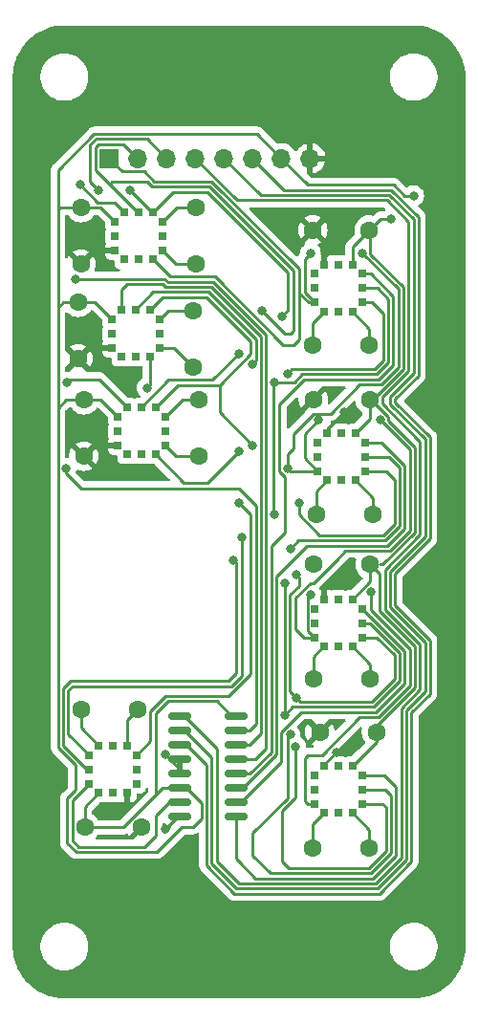
<source format=gbr>
%TF.GenerationSoftware,KiCad,Pcbnew,(6.0.8)*%
%TF.CreationDate,2023-02-12T14:01:58-05:00*%
%TF.ProjectId,PBoard PCB,50426f61-7264-4205-9043-422e6b696361,rev?*%
%TF.SameCoordinates,Original*%
%TF.FileFunction,Copper,L1,Top*%
%TF.FilePolarity,Positive*%
%FSLAX46Y46*%
G04 Gerber Fmt 4.6, Leading zero omitted, Abs format (unit mm)*
G04 Created by KiCad (PCBNEW (6.0.8)) date 2023-02-12 14:01:58*
%MOMM*%
%LPD*%
G01*
G04 APERTURE LIST*
G04 Aperture macros list*
%AMRoundRect*
0 Rectangle with rounded corners*
0 $1 Rounding radius*
0 $2 $3 $4 $5 $6 $7 $8 $9 X,Y pos of 4 corners*
0 Add a 4 corners polygon primitive as box body*
4,1,4,$2,$3,$4,$5,$6,$7,$8,$9,$2,$3,0*
0 Add four circle primitives for the rounded corners*
1,1,$1+$1,$2,$3*
1,1,$1+$1,$4,$5*
1,1,$1+$1,$6,$7*
1,1,$1+$1,$8,$9*
0 Add four rect primitives between the rounded corners*
20,1,$1+$1,$2,$3,$4,$5,0*
20,1,$1+$1,$4,$5,$6,$7,0*
20,1,$1+$1,$6,$7,$8,$9,0*
20,1,$1+$1,$8,$9,$2,$3,0*%
G04 Aperture macros list end*
%TA.AperFunction,SMDPad,CuDef*%
%ADD10RoundRect,0.150000X-0.825000X-0.150000X0.825000X-0.150000X0.825000X0.150000X-0.825000X0.150000X0*%
%TD*%
%TA.AperFunction,SMDPad,CuDef*%
%ADD11R,0.700000X0.650000*%
%TD*%
%TA.AperFunction,SMDPad,CuDef*%
%ADD12R,0.650000X0.700000*%
%TD*%
%TA.AperFunction,ComponentPad*%
%ADD13C,1.600000*%
%TD*%
%TA.AperFunction,ComponentPad*%
%ADD14O,1.700000X1.700000*%
%TD*%
%TA.AperFunction,ComponentPad*%
%ADD15R,1.700000X1.700000*%
%TD*%
%TA.AperFunction,ViaPad*%
%ADD16C,0.800000*%
%TD*%
%TA.AperFunction,Conductor*%
%ADD17C,0.250000*%
%TD*%
G04 APERTURE END LIST*
D10*
%TO.P,REF\u002A\u002A,1*%
%TO.N,Net-(IC1-Pad1)*%
X82935000Y-110099000D03*
%TO.P,REF\u002A\u002A,2*%
%TO.N,Net-(IC1-Pad2)*%
X82935000Y-111369000D03*
%TO.P,REF\u002A\u002A,3*%
%TO.N,Net-(IC1-Pad3)*%
X82935000Y-112639000D03*
%TO.P,REF\u002A\u002A,4*%
%TO.N,GND*%
X82935000Y-113909000D03*
%TO.P,REF\u002A\u002A,5*%
X82935000Y-115179000D03*
%TO.P,REF\u002A\u002A,6*%
%TO.N,+3V3*%
X82935000Y-116449000D03*
%TO.P,REF\u002A\u002A,7*%
%TO.N,Net-(IC1-Pad7)*%
X82935000Y-117719000D03*
%TO.P,REF\u002A\u002A,8*%
%TO.N,GND*%
X82935000Y-118989000D03*
%TO.P,REF\u002A\u002A,9*%
%TO.N,Net-(IC1-Pad9)*%
X87885000Y-118989000D03*
%TO.P,REF\u002A\u002A,10*%
%TO.N,Net-(IC1-Pad10)*%
X87885000Y-117719000D03*
%TO.P,REF\u002A\u002A,11*%
%TO.N,Net-(IC1-Pad11)*%
X87885000Y-116449000D03*
%TO.P,REF\u002A\u002A,12*%
%TO.N,Net-(IC1-Pad12)*%
X87885000Y-115179000D03*
%TO.P,REF\u002A\u002A,13*%
%TO.N,Net-(IC1-Pad13)*%
X87885000Y-113909000D03*
%TO.P,REF\u002A\u002A,14*%
%TO.N,Net-(IC1-Pad14)*%
X87885000Y-112639000D03*
%TO.P,REF\u002A\u002A,15*%
%TO.N,Net-(IC1-Pad15)*%
X87885000Y-111369000D03*
%TO.P,REF\u002A\u002A,16*%
%TO.N,+3V3*%
X87885000Y-110099000D03*
%TD*%
D11*
%TO.P,S4,12,VDD*%
%TO.N,+3V3*%
X98462000Y-85022000D03*
%TO.P,S4,11,NC_2*%
%TO.N,unconnected-(U4-Pad11)*%
X97192000Y-85022000D03*
%TO.P,S4,10,VSS*%
%TO.N,GND*%
X95972000Y-85022000D03*
D12*
%TO.P,S4,9,RES*%
%TO.N,unconnected-(U4-Pad9)*%
X95142000Y-85852000D03*
%TO.P,S4,8,EOC_*%
%TO.N,unconnected-(U4-Pad8)*%
X95142000Y-87122000D03*
%TO.P,S4,7,MISO*%
%TO.N,/MISO*%
X95142000Y-88392000D03*
D11*
%TO.P,S4,6,VO-*%
%TO.N,Net-(C7-Pad2)*%
X95972000Y-89222000D03*
%TO.P,S4,5,NC_1*%
%TO.N,unconnected-(U4-Pad5)*%
X97192000Y-89222000D03*
%TO.P,S4,4,VO+*%
%TO.N,Net-(C7-Pad1)*%
X98462000Y-89222000D03*
D12*
%TO.P,S4,3,SCLK/SCL*%
%TO.N,/CLK*%
X99342000Y-88392000D03*
%TO.P,S4,2,MOSI/SDA*%
%TO.N,/MOSI*%
X99342000Y-87122000D03*
%TO.P,S4,1,SS*%
%TO.N,Net-(IC1-Pad11)*%
X99342000Y-85852000D03*
%TD*%
D11*
%TO.P,S2,1,SS*%
%TO.N,Net-(IC1-Pad13)*%
X77978000Y-65464000D03*
%TO.P,S2,2,MOSI/SDA*%
%TO.N,/MOSI*%
X79248000Y-65464000D03*
%TO.P,S2,3,SCLK/SCL*%
%TO.N,/CLK*%
X80518000Y-65464000D03*
D12*
%TO.P,S2,4,VO+*%
%TO.N,Net-(C3-Pad1)*%
X81348000Y-66344000D03*
%TO.P,S2,5,NC_1*%
%TO.N,unconnected-(U2-Pad5)*%
X81348000Y-67614000D03*
%TO.P,S2,6,VO-*%
%TO.N,Net-(C3-Pad2)*%
X81348000Y-68834000D03*
D11*
%TO.P,S2,7,MISO*%
%TO.N,/MISO*%
X80518000Y-69664000D03*
%TO.P,S2,8,EOC_*%
%TO.N,unconnected-(U2-Pad8)*%
X79248000Y-69664000D03*
%TO.P,S2,9,RES*%
%TO.N,unconnected-(U2-Pad9)*%
X77978000Y-69664000D03*
D12*
%TO.P,S2,10,VSS*%
%TO.N,GND*%
X77148000Y-68834000D03*
%TO.P,S2,11,NC_2*%
%TO.N,unconnected-(U2-Pad11)*%
X77148000Y-67614000D03*
%TO.P,S2,12,VDD*%
%TO.N,+3V3*%
X77148000Y-66344000D03*
%TD*%
D13*
%TO.P,C6,1*%
%TO.N,Net-(C7-Pad1)*%
X99996000Y-92202000D03*
%TO.P,C6,2*%
%TO.N,Net-(C7-Pad2)*%
X94996000Y-92202000D03*
%TD*%
%TO.P,C13,2*%
%TO.N,Net-(C11-Pad2)*%
X94702000Y-121822000D03*
%TO.P,C13,1*%
%TO.N,Net-(C11-Pad1)*%
X99702000Y-121822000D03*
%TD*%
%TO.P,C14,1*%
%TO.N,+3V3*%
X100330000Y-111506000D03*
%TO.P,C14,2*%
%TO.N,GND*%
X95330000Y-111506000D03*
%TD*%
D12*
%TO.P,S0,12,VDD*%
%TO.N,+3V3*%
X77402000Y-83616000D03*
%TO.P,S0,11,NC_2*%
%TO.N,unconnected-(U1-Pad11)*%
X77402000Y-84886000D03*
%TO.P,S0,10,VSS*%
%TO.N,GND*%
X77402000Y-86106000D03*
D11*
%TO.P,S0,9,RES*%
%TO.N,unconnected-(U1-Pad9)*%
X78232000Y-86936000D03*
%TO.P,S0,8,EOC_*%
%TO.N,unconnected-(U1-Pad8)*%
X79502000Y-86936000D03*
%TO.P,S0,7,MISO*%
%TO.N,/MISO*%
X80772000Y-86936000D03*
D12*
%TO.P,S0,6,VO-*%
%TO.N,Net-(C15-Pad2)*%
X81602000Y-86106000D03*
%TO.P,S0,5,NC_1*%
%TO.N,unconnected-(U1-Pad5)*%
X81602000Y-84886000D03*
%TO.P,S0,4,VO+*%
%TO.N,Net-(C15-Pad1)*%
X81602000Y-83616000D03*
D11*
%TO.P,S0,3,SCLK/SCL*%
%TO.N,/CLK*%
X80772000Y-82736000D03*
%TO.P,S0,2,MOSI/SDA*%
%TO.N,/MOSI*%
X79502000Y-82736000D03*
%TO.P,S0,1,SS*%
%TO.N,Net-(IC1-Pad15)*%
X78232000Y-82736000D03*
%TD*%
%TO.P,S7,12,VDD*%
%TO.N,+3V3*%
X75742000Y-116908000D03*
%TO.P,S7,11,NC_2*%
%TO.N,unconnected-(U7-Pad11)*%
X77012000Y-116908000D03*
%TO.P,S7,10,VSS*%
%TO.N,GND*%
X78232000Y-116908000D03*
D12*
%TO.P,S7,9,RES*%
%TO.N,unconnected-(U7-Pad9)*%
X79062000Y-116078000D03*
%TO.P,S7,8,EOC_*%
%TO.N,unconnected-(U7-Pad8)*%
X79062000Y-114808000D03*
%TO.P,S7,7,MISO*%
%TO.N,/MISO*%
X79062000Y-113538000D03*
D11*
%TO.P,S7,6,VO-*%
%TO.N,Net-(C13-Pad2)*%
X78232000Y-112708000D03*
%TO.P,S7,5,NC_1*%
%TO.N,unconnected-(U7-Pad5)*%
X77012000Y-112708000D03*
%TO.P,S7,4,VO+*%
%TO.N,Net-(C13-Pad1)*%
X75742000Y-112708000D03*
D12*
%TO.P,S7,3,SCLK/SCL*%
%TO.N,/CLK*%
X74862000Y-113538000D03*
%TO.P,S7,2,MOSI/SDA*%
%TO.N,/MOSI*%
X74862000Y-114808000D03*
%TO.P,S7,1,SS*%
%TO.N,Net-(IC1-Pad7)*%
X74862000Y-116078000D03*
%TD*%
D13*
%TO.P,C3,2*%
%TO.N,Net-(C3-Pad2)*%
X84328000Y-70064000D03*
%TO.P,C3,1*%
%TO.N,Net-(C3-Pad1)*%
X84328000Y-65064000D03*
%TD*%
%TO.P,C2,1*%
%TO.N,+3V3*%
X74422000Y-82082000D03*
%TO.P,C2,2*%
%TO.N,GND*%
X74422000Y-87082000D03*
%TD*%
%TO.P,C4,1*%
%TO.N,+3V3*%
X73914000Y-73446000D03*
%TO.P,C4,2*%
%TO.N,GND*%
X73914000Y-78446000D03*
%TD*%
%TO.P,C12,1*%
%TO.N,+3V3*%
X99770000Y-96676000D03*
%TO.P,C12,2*%
%TO.N,GND*%
X94770000Y-96676000D03*
%TD*%
%TO.P,C15,1*%
%TO.N,Net-(C13-Pad1)*%
X74168000Y-109474000D03*
%TO.P,C15,2*%
%TO.N,Net-(C13-Pad2)*%
X79168000Y-109474000D03*
%TD*%
%TO.P,C5,1*%
%TO.N,Net-(C5-Pad1)*%
X99692000Y-77216000D03*
%TO.P,C5,2*%
%TO.N,Net-(C5-Pad2)*%
X94692000Y-77216000D03*
%TD*%
%TO.P,C10,1*%
%TO.N,+3V3*%
X99742000Y-82042000D03*
%TO.P,C10,2*%
%TO.N,GND*%
X94742000Y-82042000D03*
%TD*%
%TO.P,C16,1*%
%TO.N,+3V3*%
X74512000Y-119956000D03*
%TO.P,C16,2*%
%TO.N,GND*%
X79512000Y-119956000D03*
%TD*%
%TO.P,C6,1*%
%TO.N,+3V3*%
X74168000Y-65064000D03*
%TO.P,C6,2*%
%TO.N,GND*%
X74168000Y-70064000D03*
%TD*%
%TO.P,C8,1*%
%TO.N,+3V3*%
X99692000Y-67056000D03*
%TO.P,C8,2*%
%TO.N,GND*%
X94692000Y-67056000D03*
%TD*%
D11*
%TO.P,S5,12,VDD*%
%TO.N,+3V3*%
X98208000Y-99754000D03*
%TO.P,S5,11,NC_2*%
%TO.N,unconnected-(U5-Pad11)*%
X96938000Y-99754000D03*
%TO.P,S5,10,VSS*%
%TO.N,GND*%
X95718000Y-99754000D03*
D12*
%TO.P,S5,9,RES*%
%TO.N,unconnected-(U5-Pad9)*%
X94888000Y-100584000D03*
%TO.P,S5,8,EOC_*%
%TO.N,unconnected-(U5-Pad8)*%
X94888000Y-101854000D03*
%TO.P,S5,7,MISO*%
%TO.N,/MISO*%
X94888000Y-103124000D03*
D11*
%TO.P,S5,6,VO-*%
%TO.N,Net-(C9-Pad2)*%
X95718000Y-103954000D03*
%TO.P,S5,5,NC_1*%
%TO.N,unconnected-(U5-Pad5)*%
X96938000Y-103954000D03*
%TO.P,S5,4,VO+*%
%TO.N,Net-(C9-Pad1)*%
X98208000Y-103954000D03*
D12*
%TO.P,S5,3,SCLK/SCL*%
%TO.N,/CLK*%
X99088000Y-103124000D03*
%TO.P,S5,2,MOSI/SDA*%
%TO.N,/MOSI*%
X99088000Y-101854000D03*
%TO.P,S5,1,SS*%
%TO.N,Net-(IC1-Pad10)*%
X99088000Y-100584000D03*
%TD*%
D11*
%TO.P,S3,12,VDD*%
%TO.N,+3V3*%
X98208000Y-70104000D03*
%TO.P,S3,11,NC_2*%
%TO.N,unconnected-(U3-Pad11)*%
X96938000Y-70104000D03*
%TO.P,S3,10,VSS*%
%TO.N,GND*%
X95718000Y-70104000D03*
D12*
%TO.P,S3,9,RES*%
%TO.N,unconnected-(U3-Pad9)*%
X94888000Y-70934000D03*
%TO.P,S3,8,EOC_*%
%TO.N,unconnected-(U3-Pad8)*%
X94888000Y-72204000D03*
%TO.P,S3,7,MISO*%
%TO.N,/MISO*%
X94888000Y-73474000D03*
D11*
%TO.P,S3,6,VO-*%
%TO.N,Net-(C5-Pad2)*%
X95718000Y-74304000D03*
%TO.P,S3,5,NC_1*%
%TO.N,unconnected-(U3-Pad5)*%
X96938000Y-74304000D03*
%TO.P,S3,4,VO+*%
%TO.N,Net-(C5-Pad1)*%
X98208000Y-74304000D03*
D12*
%TO.P,S3,3,SCLK/SCL*%
%TO.N,/CLK*%
X99088000Y-73474000D03*
%TO.P,S3,2,MOSI/SDA*%
%TO.N,/MOSI*%
X99088000Y-72204000D03*
%TO.P,S3,1,SS*%
%TO.N,Net-(IC1-Pad12)*%
X99088000Y-70934000D03*
%TD*%
D11*
%TO.P,S1,1,SS*%
%TO.N,Net-(IC1-Pad14)*%
X77724000Y-74100000D03*
%TO.P,S1,2,MOSI/SDA*%
%TO.N,/MOSI*%
X78994000Y-74100000D03*
%TO.P,S1,3,SCLK/SCL*%
%TO.N,/CLK*%
X80264000Y-74100000D03*
D12*
%TO.P,S1,4,VO+*%
%TO.N,Net-(C1-Pad1)*%
X81094000Y-74980000D03*
%TO.P,S1,5,NC_1*%
%TO.N,unconnected-(U1-Pad5)*%
X81094000Y-76250000D03*
%TO.P,S1,6,VO-*%
%TO.N,Net-(C1-Pad2)*%
X81094000Y-77470000D03*
D11*
%TO.P,S1,7,MISO*%
%TO.N,/MISO*%
X80264000Y-78300000D03*
%TO.P,S1,8,EOC_*%
%TO.N,unconnected-(U1-Pad8)*%
X78994000Y-78300000D03*
%TO.P,S1,9,RES*%
%TO.N,unconnected-(U1-Pad9)*%
X77724000Y-78300000D03*
D12*
%TO.P,S1,10,VSS*%
%TO.N,GND*%
X76894000Y-77470000D03*
%TO.P,S1,11,NC_2*%
%TO.N,unconnected-(U1-Pad11)*%
X76894000Y-76250000D03*
%TO.P,S1,12,VDD*%
%TO.N,+3V3*%
X76894000Y-74980000D03*
%TD*%
D14*
%TO.P,GPIO,8,Pin_8*%
%TO.N,GND*%
X94463000Y-60706000D03*
%TO.P,GPIO,7,Pin_7*%
%TO.N,+3V3*%
X91923000Y-60706000D03*
%TO.P,GPIO,6,Pin_6*%
%TO.N,Net-(IC1-Pad3)*%
X89383000Y-60706000D03*
%TO.P,GPIO,5,Pin_5*%
%TO.N,Net-(IC1-Pad2)*%
X86843000Y-60706000D03*
%TO.P,GPIO,4,Pin_4*%
%TO.N,Net-(IC1-Pad1)*%
X84303000Y-60706000D03*
%TO.P,GPIO,3,Pin_3*%
%TO.N,/CLK*%
X81763000Y-60706000D03*
%TO.P,GPIO,2,Pin_2*%
%TO.N,/MOSI*%
X79223000Y-60706000D03*
D15*
%TO.P,GPIO,1,Pin_1*%
%TO.N,/MISO*%
X76683000Y-60706000D03*
%TD*%
D13*
%TO.P,C11,1*%
%TO.N,Net-(C9-Pad1)*%
X99742000Y-106836000D03*
%TO.P,C11,2*%
%TO.N,Net-(C9-Pad2)*%
X94742000Y-106836000D03*
%TD*%
%TO.P,C2,2*%
%TO.N,Net-(C1-Pad2)*%
X84074000Y-79168000D03*
%TO.P,C2,1*%
%TO.N,Net-(C1-Pad1)*%
X84074000Y-74168000D03*
%TD*%
%TO.P,C1,1*%
%TO.N,Net-(C15-Pad1)*%
X84582000Y-82082000D03*
%TO.P,C1,2*%
%TO.N,Net-(C15-Pad2)*%
X84582000Y-87082000D03*
%TD*%
D11*
%TO.P,S6,12,VDD*%
%TO.N,+3V3*%
X98208000Y-114486000D03*
%TO.P,S6,11,NC_2*%
%TO.N,unconnected-(U6-Pad11)*%
X96938000Y-114486000D03*
%TO.P,S6,10,VSS*%
%TO.N,GND*%
X95718000Y-114486000D03*
D12*
%TO.P,S6,9,RES*%
%TO.N,unconnected-(U6-Pad9)*%
X94888000Y-115316000D03*
%TO.P,S6,8,EOC_*%
%TO.N,unconnected-(U6-Pad8)*%
X94888000Y-116586000D03*
%TO.P,S6,7,MISO*%
%TO.N,/MISO*%
X94888000Y-117856000D03*
D11*
%TO.P,S6,6,VO-*%
%TO.N,Net-(C11-Pad2)*%
X95718000Y-118686000D03*
%TO.P,S6,5,NC_1*%
%TO.N,unconnected-(U6-Pad5)*%
X96938000Y-118686000D03*
%TO.P,S6,4,VO+*%
%TO.N,Net-(C11-Pad1)*%
X98208000Y-118686000D03*
D12*
%TO.P,S6,3,SCLK/SCL*%
%TO.N,/CLK*%
X99088000Y-117856000D03*
%TO.P,S6,2,MOSI/SDA*%
%TO.N,/MOSI*%
X99088000Y-116586000D03*
%TO.P,S6,1,SS*%
%TO.N,Net-(IC1-Pad9)*%
X99088000Y-115316000D03*
%TD*%
D16*
%TO.N,GND*%
X81600000Y-113528000D03*
X81600000Y-120132000D03*
X74488000Y-67554000D03*
X73980000Y-75936000D03*
X74488000Y-84826000D03*
X77028000Y-118862000D03*
X97094000Y-68062000D03*
X97451299Y-83151299D03*
X96586000Y-98034000D03*
X96755213Y-113311385D03*
%TO.N,+3V3*%
X103632000Y-64008000D03*
X101600000Y-66040000D03*
%TO.N,/CLK*%
X88392000Y-94234000D03*
X91948000Y-74676000D03*
X93472000Y-91186000D03*
X75692000Y-63500000D03*
X92456000Y-79756000D03*
X89383500Y-86106000D03*
X93218000Y-97536000D03*
X93180500Y-112776000D03*
X78486000Y-63500000D03*
X93218000Y-108458000D03*
%TO.N,/MOSI*%
X92182500Y-109982000D03*
X92202000Y-98298000D03*
X91282500Y-80518000D03*
X87667500Y-96266000D03*
X92710000Y-95250000D03*
X90170000Y-74168000D03*
X88138000Y-77978000D03*
X92694299Y-111744299D03*
X89339299Y-78925299D03*
X91282500Y-92202000D03*
%TO.N,/MISO*%
X88138000Y-86614000D03*
X99060000Y-69088000D03*
X92456000Y-88138000D03*
X80010000Y-81026000D03*
X94488000Y-69088000D03*
X95176802Y-83893198D03*
X94488000Y-99314000D03*
X100657198Y-83893198D03*
X88138000Y-91186000D03*
X99874300Y-99112300D03*
%TO.N,Net-(IC1-Pad13)*%
X74111247Y-63048753D03*
X73660000Y-71374000D03*
%TO.N,Net-(IC1-Pad15)*%
X72898000Y-80518000D03*
X72860500Y-88138000D03*
%TD*%
D17*
%TO.N,Net-(C1-Pad2)*%
X82376000Y-77470000D02*
X84074000Y-79168000D01*
X81094000Y-77470000D02*
X82376000Y-77470000D01*
%TO.N,GND*%
X82935000Y-114863000D02*
X81600000Y-113528000D01*
X82935000Y-115179000D02*
X82935000Y-114863000D01*
X81981000Y-113909000D02*
X81600000Y-113528000D01*
X82935000Y-113909000D02*
X81981000Y-113909000D01*
X82743000Y-118989000D02*
X81600000Y-120132000D01*
X82935000Y-118989000D02*
X82743000Y-118989000D01*
%TO.N,+3V3*%
X73660000Y-116643604D02*
X73660000Y-114428396D01*
X72937000Y-117366604D02*
X73660000Y-116643604D01*
X72937000Y-121325396D02*
X72937000Y-117366604D01*
X72136000Y-112904396D02*
X72136000Y-82804000D01*
X73660000Y-114428396D02*
X72136000Y-112904396D01*
X73727604Y-122116000D02*
X72937000Y-121325396D01*
X80886000Y-122116000D02*
X73727604Y-122116000D01*
X83074000Y-119928000D02*
X80886000Y-122116000D01*
X84090000Y-119928000D02*
X83074000Y-119928000D01*
X84822000Y-117766000D02*
X84822000Y-119196000D01*
X84822000Y-119196000D02*
X84090000Y-119928000D01*
X83505000Y-116449000D02*
X84822000Y-117766000D01*
X82935000Y-116449000D02*
X83505000Y-116449000D01*
%TO.N,Net-(IC1-Pad3)*%
X92177000Y-63500000D02*
X89383000Y-60706000D01*
X101645594Y-63500000D02*
X92177000Y-63500000D01*
X104064000Y-65918406D02*
X101645594Y-63500000D01*
X104064000Y-79925980D02*
X104064000Y-65918406D01*
X101992000Y-81997980D02*
X104064000Y-79925980D01*
X101992000Y-82293507D02*
X101992000Y-81997980D01*
X105090396Y-85391903D02*
X101992000Y-82293507D01*
X105090396Y-94393584D02*
X105090396Y-85391903D01*
X101992000Y-97491980D02*
X105090396Y-94393584D01*
X101992000Y-100306020D02*
X101992000Y-97491980D01*
X105080000Y-103394020D02*
X101992000Y-100306020D01*
X105080000Y-108119980D02*
X105080000Y-103394020D01*
X103418000Y-109781980D02*
X105080000Y-108119980D01*
X103418000Y-122987188D02*
X103418000Y-109781980D01*
X87752802Y-125810000D02*
X100595188Y-125810000D01*
X100595188Y-125810000D02*
X103418000Y-122987188D01*
X85272000Y-114406000D02*
X85272000Y-123329198D01*
X83505000Y-112639000D02*
X85272000Y-114406000D01*
X85272000Y-123329198D02*
X87752802Y-125810000D01*
X82935000Y-112639000D02*
X83505000Y-112639000D01*
%TO.N,Net-(IC1-Pad2)*%
X90087000Y-63950000D02*
X86843000Y-60706000D01*
X101459198Y-63950000D02*
X90087000Y-63950000D01*
X103614000Y-66104802D02*
X101459198Y-63950000D01*
X103614000Y-79739584D02*
X103614000Y-66104802D01*
X101542000Y-81811584D02*
X103614000Y-79739584D01*
X101542000Y-82479903D02*
X101542000Y-81811584D01*
X104640396Y-85578299D02*
X101542000Y-82479903D01*
X104640396Y-94207188D02*
X104640396Y-85578299D01*
X101542000Y-97305584D02*
X104640396Y-94207188D01*
X101542000Y-100492416D02*
X101542000Y-97305584D01*
X104630000Y-103580416D02*
X101542000Y-100492416D01*
X104630000Y-107933584D02*
X104630000Y-103580416D01*
X102968000Y-109595584D02*
X104630000Y-107933584D01*
X102968000Y-122800792D02*
X102968000Y-109595584D01*
X100408792Y-125360000D02*
X102968000Y-122800792D01*
X85722000Y-123142802D02*
X87939198Y-125360000D01*
X85722000Y-113779249D02*
X85722000Y-123142802D01*
X87939198Y-125360000D02*
X100408792Y-125360000D01*
X82935000Y-111369000D02*
X83311751Y-111369000D01*
X83311751Y-111369000D02*
X85722000Y-113779249D01*
%TO.N,Net-(IC1-Pad1)*%
X101272802Y-64400000D02*
X87997000Y-64400000D01*
X103164000Y-66291198D02*
X101272802Y-64400000D01*
X87997000Y-64400000D02*
X84303000Y-60706000D01*
X103164000Y-79553188D02*
X103164000Y-66291198D01*
X100867000Y-81850188D02*
X103164000Y-79553188D01*
X100867000Y-82441299D02*
X100867000Y-81850188D01*
X101092000Y-97119188D02*
X104190396Y-94020792D01*
X104180000Y-103766812D02*
X101092000Y-100678812D01*
X104180000Y-107747188D02*
X104180000Y-103766812D01*
X102518000Y-109409188D02*
X104180000Y-107747188D01*
X88125594Y-124910000D02*
X100222396Y-124910000D01*
X86172000Y-122956406D02*
X88125594Y-124910000D01*
X104190396Y-85764695D02*
X100867000Y-82441299D01*
X100222396Y-124910000D02*
X102518000Y-122614396D01*
X86172000Y-112959249D02*
X86172000Y-122956406D01*
X104190396Y-94020792D02*
X104190396Y-85764695D01*
X83311751Y-110099000D02*
X86172000Y-112959249D01*
X102518000Y-122614396D02*
X102518000Y-109409188D01*
X101092000Y-100678812D02*
X101092000Y-97119188D01*
X82935000Y-110099000D02*
X83311751Y-110099000D01*
%TO.N,+3V3*%
X84090000Y-119928000D02*
X84314000Y-119704000D01*
X81417000Y-116449000D02*
X80645000Y-117221000D01*
X82935000Y-116449000D02*
X81417000Y-116449000D01*
%TO.N,Net-(IC1-Pad7)*%
X81981000Y-117719000D02*
X80772000Y-118928000D01*
X82935000Y-117719000D02*
X81981000Y-117719000D01*
X80772000Y-120650000D02*
X80772000Y-118928000D01*
%TO.N,Net-(IC1-Pad9)*%
X87885000Y-122723000D02*
X88146000Y-122984000D01*
X87885000Y-118989000D02*
X87885000Y-122723000D01*
X88146000Y-122984000D02*
X89622000Y-124460000D01*
%TO.N,Net-(IC1-Pad10)*%
X91908000Y-114142000D02*
X91908000Y-111506000D01*
X87885000Y-117719000D02*
X88331000Y-117719000D01*
X88331000Y-117719000D02*
X91908000Y-114142000D01*
%TO.N,Net-(IC1-Pad11)*%
X88479396Y-116449000D02*
X91458000Y-113470396D01*
X87885000Y-116449000D02*
X88479396Y-116449000D01*
X91458000Y-113322000D02*
X91458000Y-97732000D01*
X91458000Y-113470396D02*
X91458000Y-113322000D01*
%TO.N,Net-(IC1-Pad12)*%
X89113000Y-115179000D02*
X91008000Y-113284000D01*
X91008000Y-113284000D02*
X91008000Y-95063604D01*
X87885000Y-115179000D02*
X89113000Y-115179000D01*
%TO.N,Net-(IC1-Pad13)*%
X81591604Y-71374000D02*
X73660000Y-71374000D01*
X85863000Y-71639000D02*
X81856604Y-71639000D01*
X90558000Y-112952000D02*
X90558000Y-76334000D01*
X90558000Y-76334000D02*
X85863000Y-71639000D01*
X81856604Y-71639000D02*
X81591604Y-71374000D01*
X89601000Y-113909000D02*
X90558000Y-112952000D01*
X87885000Y-113909000D02*
X89601000Y-113909000D01*
%TO.N,Net-(IC1-Pad14)*%
X89093000Y-112639000D02*
X90108000Y-111624000D01*
X90108000Y-76520396D02*
X90108000Y-111368000D01*
X90108000Y-111624000D02*
X90108000Y-111368000D01*
X87885000Y-112639000D02*
X89093000Y-112639000D01*
%TO.N,Net-(IC1-Pad15)*%
X87885000Y-111369000D02*
X89093000Y-111369000D01*
X89658000Y-91436000D02*
X89658000Y-110804000D01*
X89093000Y-111369000D02*
X89658000Y-110804000D01*
%TO.N,+3V3*%
X87511000Y-110099000D02*
X86182000Y-108770000D01*
X87885000Y-110099000D02*
X87511000Y-110099000D01*
%TO.N,GND*%
X75768000Y-68834000D02*
X74488000Y-67554000D01*
X77148000Y-68834000D02*
X75768000Y-68834000D01*
X75514000Y-77470000D02*
X73980000Y-75936000D01*
X76894000Y-77470000D02*
X75514000Y-77470000D01*
X75768000Y-86106000D02*
X74488000Y-84826000D01*
X77402000Y-86106000D02*
X75768000Y-86106000D01*
X78232000Y-117658000D02*
X77028000Y-118862000D01*
X78232000Y-116908000D02*
X78232000Y-117658000D01*
X95718000Y-69438000D02*
X97094000Y-68062000D01*
X95718000Y-70104000D02*
X95718000Y-69438000D01*
X97348000Y-83254598D02*
X97451299Y-83151299D01*
X97348000Y-83302000D02*
X97348000Y-83254598D01*
X95972000Y-84678000D02*
X97348000Y-83302000D01*
X95972000Y-85022000D02*
X95972000Y-84678000D01*
X95718000Y-98902000D02*
X96586000Y-98034000D01*
X95718000Y-99754000D02*
X95718000Y-98902000D01*
X95718000Y-114348598D02*
X96755213Y-113311385D01*
X95718000Y-114486000D02*
X95718000Y-114348598D01*
%TO.N,+3V3*%
X86182000Y-108770000D02*
X81855604Y-108770000D01*
X100038792Y-82042000D02*
X99742000Y-82042000D01*
X72604000Y-73446000D02*
X72136000Y-73914000D01*
X101382198Y-83592893D02*
X99831305Y-82042000D01*
X100599300Y-100822508D02*
X100599300Y-97505300D01*
X102714000Y-72105604D02*
X99785000Y-69176604D01*
X75319208Y-58536000D02*
X89753000Y-58536000D01*
X103740396Y-93834396D02*
X103730000Y-93824000D01*
X100614802Y-96676000D02*
X100898792Y-96676000D01*
X74168000Y-65064000D02*
X72350000Y-65064000D01*
X98208000Y-68540000D02*
X98208000Y-70104000D01*
X103730000Y-86329604D02*
X101382198Y-83981802D01*
X72136000Y-73914000D02*
X72136000Y-65278000D01*
X100330000Y-110960792D02*
X103730000Y-107560792D01*
X74512000Y-119956000D02*
X74512000Y-118138000D01*
X99742000Y-82042000D02*
X99742000Y-83742000D01*
X102714000Y-75536000D02*
X102714000Y-72105604D01*
X99692000Y-67056000D02*
X100708000Y-66040000D01*
X75868000Y-82082000D02*
X77402000Y-83616000D01*
X100330000Y-111506000D02*
X100330000Y-112364000D01*
X99692000Y-67056000D02*
X98208000Y-68540000D01*
X94267000Y-63050000D02*
X91923000Y-60706000D01*
X102714000Y-75536000D02*
X102714000Y-79366792D01*
X102789990Y-64008000D02*
X101831990Y-63050000D01*
X72136000Y-82804000D02*
X72136000Y-73914000D01*
X89753000Y-58536000D02*
X91923000Y-60706000D01*
X103632000Y-64008000D02*
X102789990Y-64008000D01*
X103730000Y-103953208D02*
X100599300Y-100822508D01*
X80772000Y-109853604D02*
X80772000Y-117094000D01*
X100330000Y-112364000D02*
X98208000Y-114486000D01*
X75360000Y-73446000D02*
X76894000Y-74980000D01*
X101831990Y-63050000D02*
X94267000Y-63050000D01*
X81855604Y-108770000D02*
X80772000Y-109853604D01*
X99770000Y-98192000D02*
X98208000Y-99754000D01*
X103730000Y-93824000D02*
X103730000Y-86329604D01*
X72136000Y-65278000D02*
X72136000Y-61719208D01*
X74512000Y-119956000D02*
X77910000Y-119956000D01*
X100599300Y-97505300D02*
X99770000Y-96676000D01*
X75868000Y-65064000D02*
X77148000Y-66344000D01*
X100898792Y-96676000D02*
X103740396Y-93834396D01*
X74422000Y-82082000D02*
X72858000Y-82082000D01*
X99742000Y-83742000D02*
X98462000Y-85022000D01*
X99785000Y-69176604D02*
X99785000Y-67149000D01*
X103730000Y-107560792D02*
X103730000Y-103953208D01*
X74168000Y-65064000D02*
X75868000Y-65064000D01*
X101382198Y-83981802D02*
X101382198Y-83592893D01*
X102714000Y-79366792D02*
X100038792Y-82042000D01*
X77910000Y-119956000D02*
X80645000Y-117221000D01*
X74512000Y-118138000D02*
X75742000Y-116908000D01*
X74422000Y-82082000D02*
X75868000Y-82082000D01*
X80772000Y-117094000D02*
X80645000Y-117221000D01*
X73914000Y-73446000D02*
X75360000Y-73446000D01*
X72858000Y-82082000D02*
X72136000Y-82804000D01*
X99831305Y-82042000D02*
X99742000Y-82042000D01*
X72350000Y-65064000D02*
X72136000Y-65278000D01*
X99770000Y-96676000D02*
X99770000Y-98192000D01*
X99785000Y-67149000D02*
X99692000Y-67056000D01*
X100708000Y-66040000D02*
X101600000Y-66040000D01*
X73914000Y-73446000D02*
X72604000Y-73446000D01*
X72136000Y-61719208D02*
X75319208Y-58536000D01*
X100330000Y-111506000D02*
X100330000Y-110960792D01*
%TO.N,/CLK*%
X74988000Y-62796000D02*
X74988000Y-59503604D01*
X93472000Y-98552000D02*
X93472000Y-97790000D01*
X86468000Y-80772000D02*
X89208000Y-78032000D01*
X101930000Y-89154000D02*
X101168000Y-88392000D01*
X82326000Y-63681000D02*
X80543000Y-65464000D01*
X100933208Y-94096000D02*
X101930000Y-93099208D01*
X75692000Y-63500000D02*
X74988000Y-62796000D01*
X101930000Y-93099208D02*
X101930000Y-89154000D01*
X99917208Y-108828000D02*
X93588000Y-108828000D01*
X80264000Y-74100000D02*
X80289000Y-74100000D01*
X75505604Y-58986000D02*
X80043000Y-58986000D01*
X100914000Y-78621208D02*
X100171208Y-79364000D01*
X80289000Y-74100000D02*
X81400000Y-72989000D01*
X93180500Y-112776000D02*
X93180500Y-117259896D01*
X88392000Y-106551604D02*
X87501604Y-107442000D01*
X93472000Y-97790000D02*
X93218000Y-97536000D01*
X101930000Y-106815208D02*
X99917208Y-108828000D01*
X92632500Y-99391500D02*
X93472000Y-98552000D01*
X99088000Y-103124000D02*
X100355208Y-103124000D01*
X91948000Y-74676000D02*
X92514000Y-74110000D01*
X100863000Y-117881000D02*
X99113000Y-117881000D01*
X89208000Y-76893188D02*
X89208000Y-78032000D01*
X80043000Y-58986000D02*
X81763000Y-60706000D01*
X101930000Y-104698792D02*
X101930000Y-106815208D01*
X92632500Y-107872500D02*
X92632500Y-99391500D01*
X73036000Y-111687000D02*
X74862000Y-113513000D01*
X99890000Y-73474000D02*
X100914000Y-74498000D01*
X91948000Y-122936000D02*
X92572000Y-123560000D01*
X99088000Y-73474000D02*
X99890000Y-73474000D01*
X86468000Y-83190500D02*
X89383500Y-86106000D01*
X88392000Y-94234000D02*
X88392000Y-106551604D01*
X87501604Y-107442000D02*
X73406000Y-107442000D01*
X93218000Y-108458000D02*
X92632500Y-107872500D01*
X92514000Y-74110000D02*
X92514000Y-70826188D01*
X93180500Y-117259896D02*
X91948000Y-118492396D01*
X95299009Y-94096000D02*
X100933208Y-94096000D01*
X100171208Y-79364000D02*
X92848000Y-79364000D01*
X80543000Y-65464000D02*
X80518000Y-65464000D01*
X92572000Y-123560000D02*
X99663208Y-123560000D01*
X100914000Y-74498000D02*
X100914000Y-78621208D01*
X93472000Y-92268991D02*
X95299009Y-94096000D01*
X101168000Y-122055208D02*
X101168000Y-118186000D01*
X91948000Y-118492396D02*
X91948000Y-122936000D01*
X81400000Y-72989000D02*
X85303812Y-72989000D01*
X74862000Y-113513000D02*
X74862000Y-113538000D01*
X85303812Y-72989000D02*
X89208000Y-76893188D01*
X73406000Y-107442000D02*
X73036000Y-107812000D01*
X101168000Y-88392000D02*
X99342000Y-88392000D01*
X93472000Y-91186000D02*
X93472000Y-92268991D01*
X85368812Y-63681000D02*
X82326000Y-63681000D01*
X93588000Y-108828000D02*
X93218000Y-108458000D01*
X86468000Y-80772000D02*
X86468000Y-83190500D01*
X101168000Y-118186000D02*
X100863000Y-117881000D01*
X74988000Y-59503604D02*
X75505604Y-58986000D01*
X92514000Y-70826188D02*
X85368812Y-63681000D01*
X82736000Y-80772000D02*
X86468000Y-80772000D01*
X100355208Y-103124000D02*
X101930000Y-104698792D01*
X99663208Y-123560000D02*
X101168000Y-122055208D01*
X73036000Y-107812000D02*
X73036000Y-111687000D01*
X80450000Y-65464000D02*
X78486000Y-63500000D01*
X92848000Y-79364000D02*
X92456000Y-79756000D01*
X80518000Y-65464000D02*
X80450000Y-65464000D01*
X99113000Y-117881000D02*
X99088000Y-117856000D01*
X80772000Y-82736000D02*
X82736000Y-80772000D01*
%TO.N,/MOSI*%
X89368000Y-122428000D02*
X90950000Y-124010000D01*
X76708000Y-62992000D02*
X76962000Y-63246000D01*
X89368000Y-120436000D02*
X89368000Y-122428000D01*
X92694299Y-111744299D02*
X92456000Y-111982598D01*
X92710000Y-76200000D02*
X92202000Y-76200000D01*
X87884000Y-96482500D02*
X87884000Y-106299000D01*
X92964000Y-75946000D02*
X92710000Y-76200000D01*
X80019208Y-62775000D02*
X80475208Y-63231000D01*
X101618000Y-117094000D02*
X101110000Y-116586000D01*
X72586000Y-112718000D02*
X74676000Y-114808000D01*
X79180000Y-65464000D02*
X76962000Y-63246000D01*
X76708000Y-62992000D02*
X76925000Y-62775000D01*
X89658000Y-78606598D02*
X89658000Y-76706792D01*
X92964000Y-70639792D02*
X92964000Y-75946000D01*
X93753604Y-79814000D02*
X100357604Y-79814000D01*
X80555000Y-72539000D02*
X78994000Y-74100000D01*
X91186000Y-92105500D02*
X91186000Y-80614500D01*
X92182500Y-109982000D02*
X92182500Y-98317500D01*
X102380000Y-104512396D02*
X99721604Y-101854000D01*
X79223000Y-60706000D02*
X77953000Y-59436000D01*
X99721604Y-101854000D02*
X99088000Y-101854000D01*
X85555208Y-63231000D02*
X92964000Y-70639792D01*
X101431604Y-87122000D02*
X99342000Y-87122000D01*
X87667500Y-96266000D02*
X87884000Y-96482500D01*
X101364000Y-78807604D02*
X101364000Y-73152000D01*
X93414000Y-94546000D02*
X101119604Y-94546000D01*
X93049604Y-80518000D02*
X93753604Y-79814000D01*
X101110000Y-116586000D02*
X99088000Y-116586000D01*
X75438000Y-59690000D02*
X75438000Y-61722000D01*
X101364000Y-73152000D02*
X100416000Y-72204000D01*
X91282500Y-92202000D02*
X91186000Y-92105500D01*
X92456000Y-111982598D02*
X92456000Y-117348000D01*
X92182500Y-109982000D02*
X92886500Y-109278000D01*
X101618000Y-122241604D02*
X101618000Y-117094000D01*
X77953000Y-59436000D02*
X75692000Y-59436000D01*
X102380000Y-93285604D02*
X102380000Y-88070396D01*
X100416000Y-72204000D02*
X99088000Y-72204000D01*
X73219604Y-106992000D02*
X72586000Y-107625604D01*
X100357604Y-79814000D02*
X101364000Y-78807604D01*
X75692000Y-59436000D02*
X75438000Y-59690000D01*
X92886500Y-109278000D02*
X100103604Y-109278000D01*
X85490208Y-72539000D02*
X80555000Y-72539000D01*
X89658000Y-76706792D02*
X85490208Y-72539000D01*
X89339299Y-78925299D02*
X89658000Y-78606598D01*
X92710000Y-95250000D02*
X93414000Y-94546000D01*
X76925000Y-62775000D02*
X80019208Y-62775000D01*
X87191000Y-106992000D02*
X73219604Y-106992000D01*
X85794000Y-80322000D02*
X88138000Y-77978000D01*
X92202000Y-76200000D02*
X90170000Y-74168000D01*
X81916000Y-80322000D02*
X85794000Y-80322000D01*
X79248000Y-65464000D02*
X79180000Y-65464000D01*
X90950000Y-124010000D02*
X99849604Y-124010000D01*
X72586000Y-107625604D02*
X72586000Y-112718000D01*
X80475208Y-63231000D02*
X85555208Y-63231000D01*
X74676000Y-114808000D02*
X74862000Y-114808000D01*
X101119604Y-94546000D02*
X102380000Y-93285604D01*
X92456000Y-117348000D02*
X89368000Y-120436000D01*
X91186000Y-80614500D02*
X91282500Y-80518000D01*
X91282500Y-80518000D02*
X93049604Y-80518000D01*
X87884000Y-106299000D02*
X87191000Y-106992000D01*
X102380000Y-88070396D02*
X101431604Y-87122000D01*
X75438000Y-61722000D02*
X76708000Y-62992000D01*
X92182500Y-98317500D02*
X92202000Y-98298000D01*
X99849604Y-124010000D02*
X101618000Y-122241604D01*
X79502000Y-82736000D02*
X81916000Y-80322000D01*
X100103604Y-109278000D02*
X102380000Y-107001604D01*
X102380000Y-107001604D02*
X102380000Y-104512396D01*
%TO.N,/MISO*%
X93472000Y-72644000D02*
X94302000Y-73474000D01*
X95504000Y-113538000D02*
X94234000Y-113538000D01*
X93980000Y-113792000D02*
X93980000Y-117602000D01*
X80322000Y-112278000D02*
X80322000Y-109667208D01*
X93178000Y-102362000D02*
X93178000Y-99608000D01*
X93472000Y-71784187D02*
X93472000Y-72644000D01*
X93980000Y-72566000D02*
X94888000Y-73474000D01*
X102264000Y-72292000D02*
X99060000Y-69088000D01*
X92456000Y-88138000D02*
X92456000Y-86868000D01*
X93940000Y-103124000D02*
X93178000Y-102362000D01*
X94234000Y-99568000D02*
X94234000Y-102525000D01*
X86049396Y-71189000D02*
X92076396Y-77216000D01*
X88138000Y-86614000D02*
X85344000Y-89408000D01*
X96266000Y-83312000D02*
X98864000Y-80714000D01*
X92964000Y-86360000D02*
X92964000Y-85090000D01*
X96774000Y-96266000D02*
X97594000Y-95446000D01*
X85344000Y-89408000D02*
X83244000Y-89408000D01*
X98864000Y-110178000D02*
X95504000Y-113538000D01*
X92456000Y-86868000D02*
X92964000Y-86360000D01*
X89208000Y-106372000D02*
X89208000Y-92256000D01*
X94833000Y-103124000D02*
X94888000Y-103124000D01*
X98864000Y-80714000D02*
X100730396Y-80714000D01*
X80264000Y-80772000D02*
X80264000Y-78300000D01*
X92964000Y-85090000D02*
X94742000Y-83312000D01*
X94738991Y-98298000D02*
X96770991Y-96266000D01*
X95176802Y-83893198D02*
X93980000Y-85090000D01*
X94302000Y-73474000D02*
X94888000Y-73474000D01*
X83244000Y-89408000D02*
X80772000Y-86936000D01*
X93980000Y-85090000D02*
X93980000Y-87230000D01*
X92710000Y-88392000D02*
X95142000Y-88392000D01*
X94488000Y-98298000D02*
X94738991Y-98298000D01*
X100476396Y-110178000D02*
X98864000Y-110178000D01*
X94488000Y-69088000D02*
X93980000Y-69596000D01*
X93980000Y-69596000D02*
X93980000Y-72566000D01*
X94234000Y-113538000D02*
X93980000Y-113792000D01*
X97594000Y-95446000D02*
X101492396Y-95446000D01*
X85741604Y-62781000D02*
X80661604Y-62781000D01*
X103280000Y-86516000D02*
X100657198Y-83893198D01*
X80010000Y-81026000D02*
X80264000Y-80772000D01*
X94488000Y-99314000D02*
X94234000Y-99568000D01*
X94234000Y-117856000D02*
X94888000Y-117856000D01*
X87260000Y-108320000D02*
X89208000Y-106372000D01*
X93472000Y-70511396D02*
X85741604Y-62781000D01*
X93472000Y-76708000D02*
X93472000Y-70511396D01*
X89208000Y-92256000D02*
X88138000Y-91186000D01*
X96770991Y-96266000D02*
X96774000Y-96266000D01*
X94742000Y-83312000D02*
X96266000Y-83312000D01*
X92456000Y-88138000D02*
X92710000Y-88392000D01*
X94234000Y-102525000D02*
X94833000Y-103124000D01*
X99874300Y-99112300D02*
X99874300Y-100733904D01*
X79761604Y-61881000D02*
X77858000Y-61881000D01*
X103280000Y-107374396D02*
X100476396Y-110178000D01*
X92964000Y-77216000D02*
X93472000Y-76708000D01*
X79062000Y-113538000D02*
X80322000Y-112278000D01*
X102264000Y-79180396D02*
X102264000Y-72292000D01*
X80661604Y-62781000D02*
X79761604Y-61881000D01*
X93178000Y-99608000D02*
X94488000Y-98298000D01*
X99874300Y-100733904D02*
X103280000Y-104139604D01*
X77858000Y-61881000D02*
X76683000Y-60706000D01*
X92076396Y-77216000D02*
X92964000Y-77216000D01*
X81669208Y-108320000D02*
X87260000Y-108320000D01*
X101492396Y-95446000D02*
X103280000Y-93658396D01*
X82043000Y-71189000D02*
X86049396Y-71189000D01*
X103280000Y-93658396D02*
X103280000Y-86516000D01*
X80322000Y-109667208D02*
X81669208Y-108320000D01*
X100730396Y-80714000D02*
X102264000Y-79180396D01*
X94888000Y-103124000D02*
X93940000Y-103124000D01*
X80518000Y-69664000D02*
X82043000Y-71189000D01*
X103280000Y-104139604D02*
X103280000Y-107374396D01*
X93980000Y-117602000D02*
X94234000Y-117856000D01*
X93980000Y-87230000D02*
X95142000Y-88392000D01*
%TO.N,Net-(C3-Pad1)*%
X82628000Y-65064000D02*
X81348000Y-66344000D01*
X84328000Y-65064000D02*
X82628000Y-65064000D01*
%TO.N,Net-(C3-Pad2)*%
X84328000Y-70064000D02*
X82578000Y-70064000D01*
X82578000Y-70064000D02*
X81348000Y-68834000D01*
%TO.N,Net-(C5-Pad1)*%
X99692000Y-77216000D02*
X99692000Y-75788000D01*
X99692000Y-75788000D02*
X98208000Y-74304000D01*
%TO.N,Net-(C5-Pad2)*%
X94692000Y-75330000D02*
X95718000Y-74304000D01*
X94692000Y-77216000D02*
X94692000Y-75330000D01*
%TO.N,Net-(C7-Pad1)*%
X99996000Y-90756000D02*
X98462000Y-89222000D01*
X99996000Y-92202000D02*
X99996000Y-90756000D01*
%TO.N,Net-(C7-Pad2)*%
X94996000Y-92202000D02*
X94996000Y-90198000D01*
X94996000Y-90198000D02*
X95972000Y-89222000D01*
%TO.N,Net-(C9-Pad1)*%
X99742000Y-106836000D02*
X99742000Y-105488000D01*
X99742000Y-105488000D02*
X98208000Y-103954000D01*
%TO.N,Net-(C9-Pad2)*%
X94742000Y-104862000D02*
X95650000Y-103954000D01*
X95650000Y-103954000D02*
X95718000Y-103954000D01*
X94742000Y-106836000D02*
X94742000Y-104862000D01*
%TO.N,Net-(C1-Pad1)*%
X81906000Y-74168000D02*
X81094000Y-74980000D01*
%TO.N,Net-(C15-Pad1)*%
X84582000Y-82082000D02*
X83136000Y-82082000D01*
X83136000Y-82082000D02*
X81602000Y-83616000D01*
%TO.N,Net-(C1-Pad1)*%
X84074000Y-74168000D02*
X81906000Y-74168000D01*
%TO.N,Net-(C15-Pad2)*%
X84582000Y-87082000D02*
X82578000Y-87082000D01*
X82578000Y-87082000D02*
X81602000Y-86106000D01*
%TO.N,Net-(C13-Pad1)*%
X74168000Y-111134000D02*
X75742000Y-112708000D01*
X74168000Y-109474000D02*
X74168000Y-111134000D01*
%TO.N,Net-(C13-Pad2)*%
X78232000Y-112708000D02*
X78232000Y-110410000D01*
X78232000Y-110410000D02*
X79168000Y-109474000D01*
%TO.N,Net-(IC1-Pad7)*%
X79756000Y-121666000D02*
X80772000Y-120650000D01*
X74862000Y-116078000D02*
X73387000Y-117553000D01*
X73387000Y-121139000D02*
X73914000Y-121666000D01*
X73387000Y-117553000D02*
X73387000Y-121139000D01*
X73914000Y-121666000D02*
X79756000Y-121666000D01*
%TO.N,Net-(IC1-Pad9)*%
X89622000Y-124460000D02*
X100036000Y-124460000D01*
X100036000Y-124460000D02*
X102068000Y-122428000D01*
X102068000Y-122428000D02*
X102068000Y-116332000D01*
X102068000Y-116332000D02*
X101052000Y-115316000D01*
X101052000Y-115316000D02*
X99088000Y-115316000D01*
%TO.N,Net-(IC1-Pad10)*%
X93686000Y-109728000D02*
X100290000Y-109728000D01*
X102830000Y-107188000D02*
X102830000Y-104326000D01*
X102830000Y-104326000D02*
X99088000Y-100584000D01*
X100290000Y-109728000D02*
X102830000Y-107188000D01*
X91908000Y-111506000D02*
X93686000Y-109728000D01*
%TO.N,Net-(IC1-Pad11)*%
X100798000Y-85852000D02*
X99342000Y-85852000D01*
X91458000Y-97732000D02*
X94194000Y-94996000D01*
X101306000Y-94996000D02*
X102830000Y-93472000D01*
X94194000Y-94996000D02*
X101306000Y-94996000D01*
X102830000Y-93472000D02*
X102830000Y-87884000D01*
X102830000Y-87884000D02*
X100798000Y-85852000D01*
%TO.N,Net-(IC1-Pad12)*%
X91008000Y-95063604D02*
X92202000Y-93869604D01*
X101814000Y-72898000D02*
X99850000Y-70934000D01*
X100544000Y-80264000D02*
X101814000Y-78994000D01*
X92202000Y-93869604D02*
X92202000Y-88909305D01*
X91731000Y-88438305D02*
X91731000Y-82473000D01*
X91731000Y-82473000D02*
X93940000Y-80264000D01*
X101814000Y-78994000D02*
X101814000Y-72898000D01*
X92202000Y-88909305D02*
X91731000Y-88438305D01*
X93940000Y-80264000D02*
X100544000Y-80264000D01*
X99850000Y-70934000D02*
X99088000Y-70934000D01*
%TO.N,Net-(C11-Pad1)*%
X99702000Y-120180000D02*
X98208000Y-118686000D01*
X99702000Y-121822000D02*
X99702000Y-120180000D01*
%TO.N,Net-(C11-Pad2)*%
X94702000Y-121822000D02*
X94702000Y-119702000D01*
X94702000Y-119702000D02*
X95718000Y-118686000D01*
%TO.N,Net-(IC1-Pad13)*%
X74111247Y-63048753D02*
X75660504Y-64598009D01*
X77978000Y-65464000D02*
X77112009Y-64598009D01*
X77112009Y-64598009D02*
X75660504Y-64598009D01*
%TO.N,Net-(IC1-Pad14)*%
X85676604Y-72089000D02*
X90108000Y-76520396D01*
X78232000Y-71824000D02*
X81405208Y-71824000D01*
X81405208Y-71824000D02*
X81670208Y-72089000D01*
X77724000Y-74100000D02*
X77724000Y-72332000D01*
X81670208Y-72089000D02*
X85676604Y-72089000D01*
X77724000Y-72332000D02*
X78232000Y-71824000D01*
%TO.N,Net-(IC1-Pad15)*%
X78232000Y-82736000D02*
X75760000Y-80264000D01*
X74168000Y-89916000D02*
X88138000Y-89916000D01*
X72860500Y-88608500D02*
X74168000Y-89916000D01*
X73152000Y-80264000D02*
X72898000Y-80518000D01*
X75760000Y-80264000D02*
X73152000Y-80264000D01*
X88138000Y-89916000D02*
X89658000Y-91436000D01*
X72860500Y-88138000D02*
X72860500Y-88608500D01*
%TD*%
%TA.AperFunction,Conductor*%
%TO.N,GND*%
G36*
X103602018Y-48938000D02*
G01*
X103616851Y-48940310D01*
X103616855Y-48940310D01*
X103625724Y-48941691D01*
X103646183Y-48939016D01*
X103668008Y-48938072D01*
X104024937Y-48953656D01*
X104035886Y-48954614D01*
X104420379Y-49005233D01*
X104431205Y-49007142D01*
X104809822Y-49091080D01*
X104820439Y-49093925D01*
X104990702Y-49147608D01*
X105190302Y-49210542D01*
X105200615Y-49214295D01*
X105558932Y-49362715D01*
X105568876Y-49367353D01*
X105912867Y-49546423D01*
X105922387Y-49551919D01*
X106249468Y-49760292D01*
X106258472Y-49766597D01*
X106566138Y-50002678D01*
X106574558Y-50009743D01*
X106860483Y-50271744D01*
X106868256Y-50279517D01*
X107130257Y-50565442D01*
X107137322Y-50573862D01*
X107373403Y-50881528D01*
X107379708Y-50890532D01*
X107588081Y-51217613D01*
X107593576Y-51227132D01*
X107725193Y-51479964D01*
X107772643Y-51571115D01*
X107777285Y-51581068D01*
X107899895Y-51877074D01*
X107925702Y-51939377D01*
X107929458Y-51949698D01*
X107965680Y-52064579D01*
X108046075Y-52319561D01*
X108048920Y-52330178D01*
X108132858Y-52708795D01*
X108134767Y-52719621D01*
X108185386Y-53104114D01*
X108186344Y-53115063D01*
X108197521Y-53371049D01*
X108201603Y-53464552D01*
X108200223Y-53489429D01*
X108198309Y-53501724D01*
X108199473Y-53510626D01*
X108199473Y-53510628D01*
X108202436Y-53533283D01*
X108203500Y-53549621D01*
X108203500Y-130458633D01*
X108202000Y-130478018D01*
X108199690Y-130492851D01*
X108199690Y-130492855D01*
X108198309Y-130501724D01*
X108200984Y-130522183D01*
X108201928Y-130544008D01*
X108186344Y-130900936D01*
X108185386Y-130911886D01*
X108134767Y-131296379D01*
X108132858Y-131307205D01*
X108048920Y-131685822D01*
X108046075Y-131696439D01*
X107992392Y-131866702D01*
X107963713Y-131957661D01*
X107929461Y-132066294D01*
X107925705Y-132076615D01*
X107830610Y-132306196D01*
X107777289Y-132434923D01*
X107772647Y-132444876D01*
X107666764Y-132648276D01*
X107593577Y-132788867D01*
X107588081Y-132798387D01*
X107379708Y-133125468D01*
X107373403Y-133134472D01*
X107137322Y-133442138D01*
X107130257Y-133450558D01*
X106868256Y-133736483D01*
X106860483Y-133744256D01*
X106574558Y-134006257D01*
X106566138Y-134013322D01*
X106258472Y-134249403D01*
X106249468Y-134255708D01*
X105922387Y-134464081D01*
X105912868Y-134469576D01*
X105568876Y-134648647D01*
X105558932Y-134653285D01*
X105200615Y-134801705D01*
X105190302Y-134805458D01*
X104990702Y-134868392D01*
X104820439Y-134922075D01*
X104809822Y-134924920D01*
X104431205Y-135008858D01*
X104420379Y-135010767D01*
X104035886Y-135061386D01*
X104024937Y-135062344D01*
X103675446Y-135077603D01*
X103650571Y-135076223D01*
X103638276Y-135074309D01*
X103629374Y-135075473D01*
X103629372Y-135075473D01*
X103614323Y-135077441D01*
X103606714Y-135078436D01*
X103590379Y-135079500D01*
X72745367Y-135079500D01*
X72725982Y-135078000D01*
X72711149Y-135075690D01*
X72711145Y-135075690D01*
X72702276Y-135074309D01*
X72681817Y-135076984D01*
X72659992Y-135077928D01*
X72303063Y-135062344D01*
X72292114Y-135061386D01*
X71907621Y-135010767D01*
X71896795Y-135008858D01*
X71518178Y-134924920D01*
X71507561Y-134922075D01*
X71337298Y-134868392D01*
X71137698Y-134805458D01*
X71127385Y-134801705D01*
X70769068Y-134653285D01*
X70759124Y-134648647D01*
X70415132Y-134469576D01*
X70405613Y-134464081D01*
X70078532Y-134255708D01*
X70069528Y-134249403D01*
X69761862Y-134013322D01*
X69753442Y-134006257D01*
X69467517Y-133744256D01*
X69459744Y-133736483D01*
X69197743Y-133450558D01*
X69190678Y-133442138D01*
X68954597Y-133134472D01*
X68948292Y-133125468D01*
X68739919Y-132798387D01*
X68734423Y-132788867D01*
X68661236Y-132648276D01*
X68555353Y-132444876D01*
X68550711Y-132434923D01*
X68497391Y-132306196D01*
X68402295Y-132076615D01*
X68398539Y-132066294D01*
X68364288Y-131957661D01*
X68335608Y-131866702D01*
X68281925Y-131696439D01*
X68279080Y-131685822D01*
X68195142Y-131307205D01*
X68193233Y-131296379D01*
X68142614Y-130911886D01*
X68141656Y-130900936D01*
X68130294Y-130640703D01*
X70586743Y-130640703D01*
X70624268Y-130925734D01*
X70700129Y-131203036D01*
X70812923Y-131467476D01*
X70824693Y-131487142D01*
X70949955Y-131696439D01*
X70960561Y-131714161D01*
X71140313Y-131938528D01*
X71348851Y-132136423D01*
X71582317Y-132304186D01*
X71586112Y-132306195D01*
X71586113Y-132306196D01*
X71607869Y-132317715D01*
X71836392Y-132438712D01*
X72106373Y-132537511D01*
X72387264Y-132598755D01*
X72415841Y-132601004D01*
X72610282Y-132616307D01*
X72610291Y-132616307D01*
X72612739Y-132616500D01*
X72768271Y-132616500D01*
X72770407Y-132616354D01*
X72770418Y-132616354D01*
X72978548Y-132602165D01*
X72978554Y-132602164D01*
X72982825Y-132601873D01*
X72987020Y-132601004D01*
X72987022Y-132601004D01*
X73123584Y-132572723D01*
X73264342Y-132543574D01*
X73535343Y-132447607D01*
X73790812Y-132315750D01*
X73794313Y-132313289D01*
X73794317Y-132313287D01*
X73908417Y-132233096D01*
X74026023Y-132150441D01*
X74236622Y-131954740D01*
X74418713Y-131732268D01*
X74568927Y-131487142D01*
X74684483Y-131223898D01*
X74763244Y-130947406D01*
X74803751Y-130662784D01*
X74803845Y-130644951D01*
X74803867Y-130640703D01*
X101522743Y-130640703D01*
X101560268Y-130925734D01*
X101636129Y-131203036D01*
X101748923Y-131467476D01*
X101760693Y-131487142D01*
X101885955Y-131696439D01*
X101896561Y-131714161D01*
X102076313Y-131938528D01*
X102284851Y-132136423D01*
X102518317Y-132304186D01*
X102522112Y-132306195D01*
X102522113Y-132306196D01*
X102543869Y-132317715D01*
X102772392Y-132438712D01*
X103042373Y-132537511D01*
X103323264Y-132598755D01*
X103351841Y-132601004D01*
X103546282Y-132616307D01*
X103546291Y-132616307D01*
X103548739Y-132616500D01*
X103704271Y-132616500D01*
X103706407Y-132616354D01*
X103706418Y-132616354D01*
X103914548Y-132602165D01*
X103914554Y-132602164D01*
X103918825Y-132601873D01*
X103923020Y-132601004D01*
X103923022Y-132601004D01*
X104059584Y-132572723D01*
X104200342Y-132543574D01*
X104471343Y-132447607D01*
X104726812Y-132315750D01*
X104730313Y-132313289D01*
X104730317Y-132313287D01*
X104844417Y-132233096D01*
X104962023Y-132150441D01*
X105172622Y-131954740D01*
X105354713Y-131732268D01*
X105504927Y-131487142D01*
X105620483Y-131223898D01*
X105699244Y-130947406D01*
X105739751Y-130662784D01*
X105739845Y-130644951D01*
X105741235Y-130379583D01*
X105741235Y-130379576D01*
X105741257Y-130375297D01*
X105703732Y-130090266D01*
X105627871Y-129812964D01*
X105515077Y-129548524D01*
X105367439Y-129301839D01*
X105187687Y-129077472D01*
X104979149Y-128879577D01*
X104745683Y-128711814D01*
X104723843Y-128700250D01*
X104700654Y-128687972D01*
X104491608Y-128577288D01*
X104221627Y-128478489D01*
X103940736Y-128417245D01*
X103909685Y-128414801D01*
X103717718Y-128399693D01*
X103717709Y-128399693D01*
X103715261Y-128399500D01*
X103559729Y-128399500D01*
X103557593Y-128399646D01*
X103557582Y-128399646D01*
X103349452Y-128413835D01*
X103349446Y-128413836D01*
X103345175Y-128414127D01*
X103340980Y-128414996D01*
X103340978Y-128414996D01*
X103204417Y-128443276D01*
X103063658Y-128472426D01*
X102792657Y-128568393D01*
X102537188Y-128700250D01*
X102533687Y-128702711D01*
X102533683Y-128702713D01*
X102523594Y-128709804D01*
X102301977Y-128865559D01*
X102091378Y-129061260D01*
X101909287Y-129283732D01*
X101759073Y-129528858D01*
X101643517Y-129792102D01*
X101564756Y-130068594D01*
X101524249Y-130353216D01*
X101524227Y-130357505D01*
X101524226Y-130357512D01*
X101522765Y-130636417D01*
X101522743Y-130640703D01*
X74803867Y-130640703D01*
X74805235Y-130379583D01*
X74805235Y-130379576D01*
X74805257Y-130375297D01*
X74767732Y-130090266D01*
X74691871Y-129812964D01*
X74579077Y-129548524D01*
X74431439Y-129301839D01*
X74251687Y-129077472D01*
X74043149Y-128879577D01*
X73809683Y-128711814D01*
X73787843Y-128700250D01*
X73764654Y-128687972D01*
X73555608Y-128577288D01*
X73285627Y-128478489D01*
X73004736Y-128417245D01*
X72973685Y-128414801D01*
X72781718Y-128399693D01*
X72781709Y-128399693D01*
X72779261Y-128399500D01*
X72623729Y-128399500D01*
X72621593Y-128399646D01*
X72621582Y-128399646D01*
X72413452Y-128413835D01*
X72413446Y-128413836D01*
X72409175Y-128414127D01*
X72404980Y-128414996D01*
X72404978Y-128414996D01*
X72268417Y-128443276D01*
X72127658Y-128472426D01*
X71856657Y-128568393D01*
X71601188Y-128700250D01*
X71597687Y-128702711D01*
X71597683Y-128702713D01*
X71587594Y-128709804D01*
X71365977Y-128865559D01*
X71155378Y-129061260D01*
X70973287Y-129283732D01*
X70823073Y-129528858D01*
X70707517Y-129792102D01*
X70628756Y-130068594D01*
X70588249Y-130353216D01*
X70588227Y-130357505D01*
X70588226Y-130357512D01*
X70586765Y-130636417D01*
X70586743Y-130640703D01*
X68130294Y-130640703D01*
X68126561Y-130555208D01*
X68128188Y-130528805D01*
X68128769Y-130525352D01*
X68128770Y-130525345D01*
X68129576Y-130520552D01*
X68129729Y-130508000D01*
X68125773Y-130480376D01*
X68124500Y-130462514D01*
X68124500Y-82783943D01*
X71497780Y-82783943D01*
X71498526Y-82791835D01*
X71501941Y-82827961D01*
X71502500Y-82839819D01*
X71502500Y-112825629D01*
X71501973Y-112836812D01*
X71500298Y-112844305D01*
X71500547Y-112852231D01*
X71500547Y-112852232D01*
X71502438Y-112912382D01*
X71502500Y-112916341D01*
X71502500Y-112944252D01*
X71502997Y-112948186D01*
X71502997Y-112948187D01*
X71503005Y-112948252D01*
X71503938Y-112960089D01*
X71505327Y-113004285D01*
X71510978Y-113023735D01*
X71514987Y-113043096D01*
X71517526Y-113063193D01*
X71520445Y-113070564D01*
X71520445Y-113070566D01*
X71533804Y-113104308D01*
X71537649Y-113115538D01*
X71549982Y-113157989D01*
X71554015Y-113164808D01*
X71554017Y-113164813D01*
X71560293Y-113175424D01*
X71568988Y-113193172D01*
X71576448Y-113212013D01*
X71581110Y-113218429D01*
X71581110Y-113218430D01*
X71602436Y-113247783D01*
X71608952Y-113257703D01*
X71631458Y-113295758D01*
X71645779Y-113310079D01*
X71658619Y-113325112D01*
X71670528Y-113341503D01*
X71676634Y-113346554D01*
X71704605Y-113369694D01*
X71713384Y-113377684D01*
X72989595Y-114653895D01*
X73023621Y-114716207D01*
X73026500Y-114742990D01*
X73026500Y-116329009D01*
X73006498Y-116397130D01*
X72989595Y-116418104D01*
X72544747Y-116862952D01*
X72536461Y-116870492D01*
X72529982Y-116874604D01*
X72524557Y-116880381D01*
X72483357Y-116924255D01*
X72480602Y-116927097D01*
X72460865Y-116946834D01*
X72458385Y-116950031D01*
X72450682Y-116959051D01*
X72420414Y-116991283D01*
X72416595Y-116998229D01*
X72416593Y-116998232D01*
X72410652Y-117009038D01*
X72399801Y-117025557D01*
X72387386Y-117041563D01*
X72384241Y-117048832D01*
X72384238Y-117048836D01*
X72369826Y-117082141D01*
X72364609Y-117092791D01*
X72343305Y-117131544D01*
X72341334Y-117139219D01*
X72341334Y-117139220D01*
X72338267Y-117151166D01*
X72331863Y-117169870D01*
X72330580Y-117172836D01*
X72323819Y-117188459D01*
X72322580Y-117196282D01*
X72322577Y-117196292D01*
X72316901Y-117232128D01*
X72314495Y-117243748D01*
X72305472Y-117278893D01*
X72303500Y-117286574D01*
X72303500Y-117306828D01*
X72301949Y-117326538D01*
X72298780Y-117346547D01*
X72299526Y-117354439D01*
X72302941Y-117390565D01*
X72303500Y-117402423D01*
X72303500Y-121246629D01*
X72302973Y-121257812D01*
X72301298Y-121265305D01*
X72301547Y-121273231D01*
X72301547Y-121273232D01*
X72303438Y-121333382D01*
X72303500Y-121337341D01*
X72303500Y-121365252D01*
X72303997Y-121369186D01*
X72303997Y-121369187D01*
X72304005Y-121369252D01*
X72304938Y-121381089D01*
X72306327Y-121425285D01*
X72311978Y-121444735D01*
X72315987Y-121464096D01*
X72318526Y-121484193D01*
X72321445Y-121491564D01*
X72321445Y-121491566D01*
X72334804Y-121525308D01*
X72338649Y-121536538D01*
X72350982Y-121578989D01*
X72355015Y-121585808D01*
X72355017Y-121585813D01*
X72361293Y-121596424D01*
X72369988Y-121614172D01*
X72377448Y-121633013D01*
X72382110Y-121639429D01*
X72382110Y-121639430D01*
X72403436Y-121668783D01*
X72409952Y-121678703D01*
X72432458Y-121716758D01*
X72446779Y-121731079D01*
X72459619Y-121746112D01*
X72471528Y-121762503D01*
X72477633Y-121767554D01*
X72477638Y-121767559D01*
X72505604Y-121790695D01*
X72514382Y-121798683D01*
X73223952Y-122508253D01*
X73231492Y-122516539D01*
X73235604Y-122523018D01*
X73241381Y-122528443D01*
X73285255Y-122569643D01*
X73288097Y-122572398D01*
X73307834Y-122592135D01*
X73311031Y-122594615D01*
X73320051Y-122602318D01*
X73352283Y-122632586D01*
X73359229Y-122636405D01*
X73359232Y-122636407D01*
X73370038Y-122642348D01*
X73386557Y-122653199D01*
X73402563Y-122665614D01*
X73409832Y-122668759D01*
X73409836Y-122668762D01*
X73443141Y-122683174D01*
X73453791Y-122688391D01*
X73492544Y-122709695D01*
X73500219Y-122711666D01*
X73500220Y-122711666D01*
X73512166Y-122714733D01*
X73530871Y-122721137D01*
X73549459Y-122729181D01*
X73557282Y-122730420D01*
X73557292Y-122730423D01*
X73593128Y-122736099D01*
X73604748Y-122738505D01*
X73636563Y-122746673D01*
X73647574Y-122749500D01*
X73667828Y-122749500D01*
X73687538Y-122751051D01*
X73707547Y-122754220D01*
X73715439Y-122753474D01*
X73734184Y-122751702D01*
X73751566Y-122750059D01*
X73763423Y-122749500D01*
X80807233Y-122749500D01*
X80818416Y-122750027D01*
X80825909Y-122751702D01*
X80833835Y-122751453D01*
X80833836Y-122751453D01*
X80893986Y-122749562D01*
X80897945Y-122749500D01*
X80925856Y-122749500D01*
X80929791Y-122749003D01*
X80929856Y-122748995D01*
X80941693Y-122748062D01*
X80973951Y-122747048D01*
X80977970Y-122746922D01*
X80985889Y-122746673D01*
X81005343Y-122741021D01*
X81024700Y-122737013D01*
X81036930Y-122735468D01*
X81036931Y-122735468D01*
X81044797Y-122734474D01*
X81052168Y-122731555D01*
X81052170Y-122731555D01*
X81085912Y-122718196D01*
X81097142Y-122714351D01*
X81131983Y-122704229D01*
X81131984Y-122704229D01*
X81139593Y-122702018D01*
X81146412Y-122697985D01*
X81146417Y-122697983D01*
X81157028Y-122691707D01*
X81174776Y-122683012D01*
X81193617Y-122675552D01*
X81206352Y-122666300D01*
X81229387Y-122649564D01*
X81239307Y-122643048D01*
X81270535Y-122624580D01*
X81270538Y-122624578D01*
X81277362Y-122620542D01*
X81291683Y-122606221D01*
X81306717Y-122593380D01*
X81312290Y-122589331D01*
X81323107Y-122581472D01*
X81351298Y-122547395D01*
X81359288Y-122538616D01*
X83299499Y-120598405D01*
X83361811Y-120564379D01*
X83388594Y-120561500D01*
X84011233Y-120561500D01*
X84022416Y-120562027D01*
X84029909Y-120563702D01*
X84037835Y-120563453D01*
X84037836Y-120563453D01*
X84097986Y-120561562D01*
X84101945Y-120561500D01*
X84129856Y-120561500D01*
X84133791Y-120561003D01*
X84133856Y-120560995D01*
X84145693Y-120560062D01*
X84177951Y-120559048D01*
X84181970Y-120558922D01*
X84189889Y-120558673D01*
X84209343Y-120553021D01*
X84228700Y-120549013D01*
X84240930Y-120547468D01*
X84240931Y-120547468D01*
X84248797Y-120546474D01*
X84256168Y-120543555D01*
X84256170Y-120543555D01*
X84289912Y-120530196D01*
X84301142Y-120526351D01*
X84335983Y-120516229D01*
X84335984Y-120516229D01*
X84343593Y-120514018D01*
X84350412Y-120509985D01*
X84350417Y-120509983D01*
X84361028Y-120503707D01*
X84378776Y-120495012D01*
X84397617Y-120487552D01*
X84433387Y-120461564D01*
X84443307Y-120455048D01*
X84448366Y-120452056D01*
X84517183Y-120434600D01*
X84584513Y-120457120D01*
X84628980Y-120512467D01*
X84638500Y-120560513D01*
X84638500Y-123250431D01*
X84637973Y-123261614D01*
X84636298Y-123269107D01*
X84636547Y-123277033D01*
X84636547Y-123277034D01*
X84638438Y-123337184D01*
X84638500Y-123341143D01*
X84638500Y-123369054D01*
X84638997Y-123372988D01*
X84638997Y-123372989D01*
X84639005Y-123373054D01*
X84639938Y-123384891D01*
X84641327Y-123429087D01*
X84646978Y-123448537D01*
X84650987Y-123467898D01*
X84651684Y-123473411D01*
X84653526Y-123487995D01*
X84656445Y-123495366D01*
X84656445Y-123495368D01*
X84669804Y-123529110D01*
X84673649Y-123540340D01*
X84685982Y-123582791D01*
X84690015Y-123589610D01*
X84690017Y-123589615D01*
X84696293Y-123600226D01*
X84704988Y-123617974D01*
X84712448Y-123636815D01*
X84717110Y-123643231D01*
X84717110Y-123643232D01*
X84738436Y-123672585D01*
X84744952Y-123682505D01*
X84767458Y-123720560D01*
X84781779Y-123734881D01*
X84794619Y-123749914D01*
X84806528Y-123766305D01*
X84812634Y-123771356D01*
X84840605Y-123794496D01*
X84849384Y-123802486D01*
X87249150Y-126202253D01*
X87256690Y-126210539D01*
X87260802Y-126217018D01*
X87266579Y-126222443D01*
X87310453Y-126263643D01*
X87313295Y-126266398D01*
X87333032Y-126286135D01*
X87336229Y-126288615D01*
X87345249Y-126296318D01*
X87377481Y-126326586D01*
X87384427Y-126330405D01*
X87384430Y-126330407D01*
X87395236Y-126336348D01*
X87411755Y-126347199D01*
X87427761Y-126359614D01*
X87435030Y-126362759D01*
X87435034Y-126362762D01*
X87468339Y-126377174D01*
X87478989Y-126382391D01*
X87517742Y-126403695D01*
X87525417Y-126405666D01*
X87525418Y-126405666D01*
X87537364Y-126408733D01*
X87556069Y-126415137D01*
X87574657Y-126423181D01*
X87582480Y-126424420D01*
X87582490Y-126424423D01*
X87618326Y-126430099D01*
X87629946Y-126432505D01*
X87661761Y-126440673D01*
X87672772Y-126443500D01*
X87693026Y-126443500D01*
X87712736Y-126445051D01*
X87732745Y-126448220D01*
X87740637Y-126447474D01*
X87759382Y-126445702D01*
X87776764Y-126444059D01*
X87788621Y-126443500D01*
X100516421Y-126443500D01*
X100527604Y-126444027D01*
X100535097Y-126445702D01*
X100543023Y-126445453D01*
X100543024Y-126445453D01*
X100603174Y-126443562D01*
X100607133Y-126443500D01*
X100635044Y-126443500D01*
X100638979Y-126443003D01*
X100639044Y-126442995D01*
X100650881Y-126442062D01*
X100683139Y-126441048D01*
X100687158Y-126440922D01*
X100695077Y-126440673D01*
X100714531Y-126435021D01*
X100733888Y-126431013D01*
X100746118Y-126429468D01*
X100746119Y-126429468D01*
X100753985Y-126428474D01*
X100761356Y-126425555D01*
X100761358Y-126425555D01*
X100795100Y-126412196D01*
X100806330Y-126408351D01*
X100841171Y-126398229D01*
X100841172Y-126398229D01*
X100848781Y-126396018D01*
X100855600Y-126391985D01*
X100855605Y-126391983D01*
X100866216Y-126385707D01*
X100883964Y-126377012D01*
X100902805Y-126369552D01*
X100938575Y-126343564D01*
X100948495Y-126337048D01*
X100979723Y-126318580D01*
X100979726Y-126318578D01*
X100986550Y-126314542D01*
X101000871Y-126300221D01*
X101015905Y-126287380D01*
X101025882Y-126280131D01*
X101032295Y-126275472D01*
X101060486Y-126241395D01*
X101068476Y-126232616D01*
X103810253Y-123490840D01*
X103818539Y-123483300D01*
X103825018Y-123479188D01*
X103871644Y-123429536D01*
X103874398Y-123426695D01*
X103894135Y-123406958D01*
X103896615Y-123403761D01*
X103904320Y-123394739D01*
X103919139Y-123378958D01*
X103934586Y-123362509D01*
X103938405Y-123355563D01*
X103938407Y-123355560D01*
X103944348Y-123344754D01*
X103955199Y-123328235D01*
X103962758Y-123318489D01*
X103967614Y-123312229D01*
X103970759Y-123304960D01*
X103970762Y-123304956D01*
X103985174Y-123271651D01*
X103990391Y-123261001D01*
X104011695Y-123222248D01*
X104016733Y-123202625D01*
X104023137Y-123183922D01*
X104028033Y-123172608D01*
X104028033Y-123172607D01*
X104031181Y-123165333D01*
X104032420Y-123157510D01*
X104032423Y-123157500D01*
X104038099Y-123121664D01*
X104040505Y-123110044D01*
X104049528Y-123074899D01*
X104049528Y-123074898D01*
X104051500Y-123067218D01*
X104051500Y-123046964D01*
X104053051Y-123027253D01*
X104054980Y-123015074D01*
X104056220Y-123007245D01*
X104052059Y-122963226D01*
X104051500Y-122951369D01*
X104051500Y-110096574D01*
X104071502Y-110028453D01*
X104088405Y-110007479D01*
X105472253Y-108623632D01*
X105480539Y-108616092D01*
X105487018Y-108611980D01*
X105533644Y-108562328D01*
X105536398Y-108559487D01*
X105556135Y-108539750D01*
X105558615Y-108536553D01*
X105566320Y-108527531D01*
X105591159Y-108501080D01*
X105596586Y-108495301D01*
X105600405Y-108488355D01*
X105600407Y-108488352D01*
X105606348Y-108477546D01*
X105617199Y-108461027D01*
X105624758Y-108451281D01*
X105629614Y-108445021D01*
X105632759Y-108437752D01*
X105632762Y-108437748D01*
X105647174Y-108404443D01*
X105652391Y-108393793D01*
X105673695Y-108355040D01*
X105678733Y-108335417D01*
X105685137Y-108316714D01*
X105690033Y-108305400D01*
X105690033Y-108305399D01*
X105693181Y-108298125D01*
X105694420Y-108290302D01*
X105694423Y-108290292D01*
X105700099Y-108254456D01*
X105702505Y-108242836D01*
X105711528Y-108207691D01*
X105711528Y-108207690D01*
X105713500Y-108200010D01*
X105713500Y-108179756D01*
X105715051Y-108160045D01*
X105716980Y-108147866D01*
X105718220Y-108140037D01*
X105714059Y-108096018D01*
X105713500Y-108084161D01*
X105713500Y-103472783D01*
X105714027Y-103461599D01*
X105715701Y-103454111D01*
X105713562Y-103386052D01*
X105713500Y-103382095D01*
X105713500Y-103354164D01*
X105712994Y-103350158D01*
X105712061Y-103338312D01*
X105710922Y-103302057D01*
X105710673Y-103294130D01*
X105705022Y-103274678D01*
X105701014Y-103255326D01*
X105699468Y-103243088D01*
X105699467Y-103243086D01*
X105698474Y-103235223D01*
X105682194Y-103194106D01*
X105678359Y-103182905D01*
X105666018Y-103140426D01*
X105661985Y-103133607D01*
X105661983Y-103133602D01*
X105655707Y-103122991D01*
X105647010Y-103105241D01*
X105639552Y-103086403D01*
X105613571Y-103050643D01*
X105607053Y-103040721D01*
X105588578Y-103009480D01*
X105588574Y-103009475D01*
X105584542Y-103002657D01*
X105570218Y-102988333D01*
X105557376Y-102973298D01*
X105545472Y-102956913D01*
X105511406Y-102928731D01*
X105502627Y-102920742D01*
X102662405Y-100080520D01*
X102628379Y-100018208D01*
X102625500Y-99991425D01*
X102625500Y-97806574D01*
X102645502Y-97738453D01*
X102662405Y-97717479D01*
X105482643Y-94897241D01*
X105490933Y-94889697D01*
X105497414Y-94885584D01*
X105544055Y-94835916D01*
X105546809Y-94833075D01*
X105566531Y-94813353D01*
X105569008Y-94810160D01*
X105576713Y-94801139D01*
X105601555Y-94774684D01*
X105606982Y-94768905D01*
X105610803Y-94761955D01*
X105616742Y-94751152D01*
X105627598Y-94734625D01*
X105635153Y-94724886D01*
X105635154Y-94724884D01*
X105640010Y-94718624D01*
X105657570Y-94678044D01*
X105662787Y-94667396D01*
X105680271Y-94635593D01*
X105680272Y-94635591D01*
X105684091Y-94628644D01*
X105689129Y-94609021D01*
X105695533Y-94590318D01*
X105700429Y-94579004D01*
X105700429Y-94579003D01*
X105703577Y-94571729D01*
X105704816Y-94563906D01*
X105704819Y-94563896D01*
X105710495Y-94528060D01*
X105712901Y-94516440D01*
X105721924Y-94481295D01*
X105721924Y-94481294D01*
X105723896Y-94473614D01*
X105723896Y-94453360D01*
X105725447Y-94433649D01*
X105727376Y-94421470D01*
X105728616Y-94413641D01*
X105724455Y-94369622D01*
X105723896Y-94357765D01*
X105723896Y-85470671D01*
X105724423Y-85459488D01*
X105726098Y-85451995D01*
X105724203Y-85391684D01*
X105723958Y-85383905D01*
X105723896Y-85379947D01*
X105723896Y-85352047D01*
X105723392Y-85348056D01*
X105722459Y-85336214D01*
X105721461Y-85304440D01*
X105721070Y-85292014D01*
X105718781Y-85284134D01*
X105715417Y-85272555D01*
X105711408Y-85253196D01*
X105711105Y-85250801D01*
X105708870Y-85233106D01*
X105705954Y-85225740D01*
X105705952Y-85225734D01*
X105692596Y-85192001D01*
X105688751Y-85180771D01*
X105678626Y-85145920D01*
X105678625Y-85145917D01*
X105676415Y-85138310D01*
X105666101Y-85120869D01*
X105657404Y-85103116D01*
X105652868Y-85091661D01*
X105649948Y-85084286D01*
X105623959Y-85048515D01*
X105617443Y-85038595D01*
X105598974Y-85007366D01*
X105594938Y-85000541D01*
X105580617Y-84986220D01*
X105567776Y-84971186D01*
X105560527Y-84961209D01*
X105555868Y-84954796D01*
X105521791Y-84926605D01*
X105513012Y-84918615D01*
X102829236Y-82234838D01*
X102795210Y-82172526D01*
X102800275Y-82101710D01*
X102829236Y-82056648D01*
X104456247Y-80429637D01*
X104464537Y-80422093D01*
X104471018Y-80417980D01*
X104517659Y-80368312D01*
X104520413Y-80365471D01*
X104540135Y-80345749D01*
X104542612Y-80342556D01*
X104550317Y-80333535D01*
X104575159Y-80307080D01*
X104580586Y-80301301D01*
X104584407Y-80294351D01*
X104590346Y-80283548D01*
X104601202Y-80267021D01*
X104608757Y-80257282D01*
X104608758Y-80257280D01*
X104613614Y-80251020D01*
X104631174Y-80210440D01*
X104636391Y-80199792D01*
X104653875Y-80167989D01*
X104653876Y-80167987D01*
X104657695Y-80161040D01*
X104662733Y-80141417D01*
X104669137Y-80122714D01*
X104674033Y-80111400D01*
X104674033Y-80111399D01*
X104677181Y-80104125D01*
X104678420Y-80096302D01*
X104678423Y-80096292D01*
X104684099Y-80060456D01*
X104686505Y-80048836D01*
X104695528Y-80013691D01*
X104695528Y-80013690D01*
X104697500Y-80006010D01*
X104697500Y-79985756D01*
X104699051Y-79966045D01*
X104700980Y-79953866D01*
X104702220Y-79946037D01*
X104698059Y-79902018D01*
X104697500Y-79890161D01*
X104697500Y-65997174D01*
X104698027Y-65985991D01*
X104699702Y-65978498D01*
X104697562Y-65910407D01*
X104697500Y-65906450D01*
X104697500Y-65878550D01*
X104696996Y-65874559D01*
X104696063Y-65862717D01*
X104694923Y-65826442D01*
X104694674Y-65818517D01*
X104689021Y-65799058D01*
X104685012Y-65779699D01*
X104684846Y-65778389D01*
X104682474Y-65759609D01*
X104679558Y-65752243D01*
X104679556Y-65752237D01*
X104666200Y-65718504D01*
X104662355Y-65707274D01*
X104652230Y-65672423D01*
X104652230Y-65672422D01*
X104650019Y-65664813D01*
X104639705Y-65647372D01*
X104631008Y-65629619D01*
X104626472Y-65618164D01*
X104623552Y-65610789D01*
X104597563Y-65575018D01*
X104591047Y-65565098D01*
X104568542Y-65527044D01*
X104554221Y-65512723D01*
X104541380Y-65497689D01*
X104534131Y-65487712D01*
X104529472Y-65481299D01*
X104523368Y-65476249D01*
X104523363Y-65476244D01*
X104495402Y-65453113D01*
X104486622Y-65445123D01*
X104046694Y-65005195D01*
X104012668Y-64942883D01*
X104017733Y-64872068D01*
X104060280Y-64815232D01*
X104077135Y-64805340D01*
X104077000Y-64805106D01*
X104082720Y-64801803D01*
X104088752Y-64799118D01*
X104243253Y-64686866D01*
X104371040Y-64544944D01*
X104466527Y-64379556D01*
X104525542Y-64197928D01*
X104545504Y-64008000D01*
X104530839Y-63868473D01*
X104526232Y-63824635D01*
X104526232Y-63824633D01*
X104525542Y-63818072D01*
X104466527Y-63636444D01*
X104371040Y-63471056D01*
X104315004Y-63408821D01*
X104247675Y-63334045D01*
X104247674Y-63334044D01*
X104243253Y-63329134D01*
X104113045Y-63234532D01*
X104094094Y-63220763D01*
X104094093Y-63220762D01*
X104088752Y-63216882D01*
X104082724Y-63214198D01*
X104082722Y-63214197D01*
X103920319Y-63141891D01*
X103920318Y-63141891D01*
X103914288Y-63139206D01*
X103820887Y-63119353D01*
X103733944Y-63100872D01*
X103733939Y-63100872D01*
X103727487Y-63099500D01*
X103536513Y-63099500D01*
X103530061Y-63100872D01*
X103530056Y-63100872D01*
X103443113Y-63119353D01*
X103349712Y-63139206D01*
X103343682Y-63141891D01*
X103343681Y-63141891D01*
X103181278Y-63214197D01*
X103181276Y-63214198D01*
X103175248Y-63216882D01*
X103169907Y-63220762D01*
X103169906Y-63220763D01*
X103150955Y-63234532D01*
X103099862Y-63271653D01*
X103032996Y-63295511D01*
X102963844Y-63279431D01*
X102936706Y-63258812D01*
X102335637Y-62657742D01*
X102328103Y-62649463D01*
X102323990Y-62642982D01*
X102274338Y-62596356D01*
X102271497Y-62593602D01*
X102251760Y-62573865D01*
X102248563Y-62571385D01*
X102239541Y-62563680D01*
X102213090Y-62538841D01*
X102207311Y-62533414D01*
X102200365Y-62529595D01*
X102200362Y-62529593D01*
X102189556Y-62523652D01*
X102173037Y-62512801D01*
X102165430Y-62506901D01*
X102157031Y-62500386D01*
X102149762Y-62497241D01*
X102149758Y-62497238D01*
X102116453Y-62482826D01*
X102105803Y-62477609D01*
X102067050Y-62456305D01*
X102047427Y-62451267D01*
X102028724Y-62444863D01*
X102017410Y-62439967D01*
X102017409Y-62439967D01*
X102010135Y-62436819D01*
X102002312Y-62435580D01*
X102002302Y-62435577D01*
X101966466Y-62429901D01*
X101954846Y-62427495D01*
X101919701Y-62418472D01*
X101919700Y-62418472D01*
X101912020Y-62416500D01*
X101891766Y-62416500D01*
X101872055Y-62414949D01*
X101859876Y-62413020D01*
X101852047Y-62411780D01*
X101844155Y-62412526D01*
X101808029Y-62415941D01*
X101796171Y-62416500D01*
X94581594Y-62416500D01*
X94513473Y-62396498D01*
X94492499Y-62379595D01*
X94245801Y-62132897D01*
X94211775Y-62070585D01*
X94208949Y-62040148D01*
X94209000Y-62038390D01*
X94209000Y-62024517D01*
X94717000Y-62024517D01*
X94721064Y-62038359D01*
X94734478Y-62040393D01*
X94741184Y-62039534D01*
X94751262Y-62037392D01*
X94955255Y-61976191D01*
X94964842Y-61972433D01*
X95156095Y-61878739D01*
X95164945Y-61873464D01*
X95338328Y-61749792D01*
X95346200Y-61743139D01*
X95497052Y-61592812D01*
X95503730Y-61584965D01*
X95628003Y-61412020D01*
X95633313Y-61403183D01*
X95727670Y-61212267D01*
X95731469Y-61202672D01*
X95793377Y-60998910D01*
X95795555Y-60988837D01*
X95796986Y-60977962D01*
X95794775Y-60963778D01*
X95781617Y-60960000D01*
X94735115Y-60960000D01*
X94719876Y-60964475D01*
X94718671Y-60965865D01*
X94717000Y-60973548D01*
X94717000Y-62024517D01*
X94209000Y-62024517D01*
X94209000Y-60433885D01*
X94717000Y-60433885D01*
X94721475Y-60449124D01*
X94722865Y-60450329D01*
X94730548Y-60452000D01*
X95781344Y-60452000D01*
X95794875Y-60448027D01*
X95796180Y-60438947D01*
X95754214Y-60271875D01*
X95750894Y-60262124D01*
X95665972Y-60066814D01*
X95661105Y-60057739D01*
X95545426Y-59878926D01*
X95539136Y-59870757D01*
X95395806Y-59713240D01*
X95388273Y-59706215D01*
X95221139Y-59574222D01*
X95212552Y-59568517D01*
X95026117Y-59465599D01*
X95016705Y-59461369D01*
X94815959Y-59390280D01*
X94805988Y-59387646D01*
X94734837Y-59374972D01*
X94721540Y-59376432D01*
X94717000Y-59390989D01*
X94717000Y-60433885D01*
X94209000Y-60433885D01*
X94209000Y-59389102D01*
X94205082Y-59375758D01*
X94190806Y-59373771D01*
X94152324Y-59379660D01*
X94142288Y-59382051D01*
X93939868Y-59448212D01*
X93930359Y-59452209D01*
X93741463Y-59550542D01*
X93732738Y-59556036D01*
X93562433Y-59683905D01*
X93554726Y-59690748D01*
X93407590Y-59844717D01*
X93401109Y-59852722D01*
X93296498Y-60006074D01*
X93241587Y-60051076D01*
X93171062Y-60059247D01*
X93107315Y-60027993D01*
X93086618Y-60003509D01*
X93005822Y-59878617D01*
X93005820Y-59878614D01*
X93003014Y-59874277D01*
X92852670Y-59709051D01*
X92848619Y-59705852D01*
X92848615Y-59705848D01*
X92681414Y-59573800D01*
X92681410Y-59573798D01*
X92677359Y-59570598D01*
X92641028Y-59550542D01*
X92625136Y-59541769D01*
X92481789Y-59462638D01*
X92476920Y-59460914D01*
X92476916Y-59460912D01*
X92276087Y-59389795D01*
X92276083Y-59389794D01*
X92271212Y-59388069D01*
X92266119Y-59387162D01*
X92266116Y-59387161D01*
X92056373Y-59349800D01*
X92056367Y-59349799D01*
X92051284Y-59348894D01*
X91977452Y-59347992D01*
X91833081Y-59346228D01*
X91833079Y-59346228D01*
X91827911Y-59346165D01*
X91607091Y-59379955D01*
X91594532Y-59384060D01*
X91523568Y-59386210D01*
X91466294Y-59353389D01*
X90256652Y-58143747D01*
X90249112Y-58135461D01*
X90245000Y-58128982D01*
X90195348Y-58082356D01*
X90192507Y-58079602D01*
X90172770Y-58059865D01*
X90169573Y-58057385D01*
X90160551Y-58049680D01*
X90147122Y-58037069D01*
X90128321Y-58019414D01*
X90121375Y-58015595D01*
X90121372Y-58015593D01*
X90110566Y-58009652D01*
X90094047Y-57998801D01*
X90093583Y-57998441D01*
X90078041Y-57986386D01*
X90070772Y-57983241D01*
X90070768Y-57983238D01*
X90037463Y-57968826D01*
X90026813Y-57963609D01*
X89988060Y-57942305D01*
X89968437Y-57937267D01*
X89949734Y-57930863D01*
X89938420Y-57925967D01*
X89938419Y-57925967D01*
X89931145Y-57922819D01*
X89923322Y-57921580D01*
X89923312Y-57921577D01*
X89887476Y-57915901D01*
X89875856Y-57913495D01*
X89840711Y-57904472D01*
X89840710Y-57904472D01*
X89833030Y-57902500D01*
X89812776Y-57902500D01*
X89793065Y-57900949D01*
X89780886Y-57899020D01*
X89773057Y-57897780D01*
X89743786Y-57900547D01*
X89729039Y-57901941D01*
X89717181Y-57902500D01*
X75397975Y-57902500D01*
X75386792Y-57901973D01*
X75379299Y-57900298D01*
X75371373Y-57900547D01*
X75371372Y-57900547D01*
X75311209Y-57902438D01*
X75307251Y-57902500D01*
X75279352Y-57902500D01*
X75275362Y-57903004D01*
X75263528Y-57903936D01*
X75219319Y-57905326D01*
X75211705Y-57907538D01*
X75211700Y-57907539D01*
X75199867Y-57910977D01*
X75180504Y-57914988D01*
X75160411Y-57917526D01*
X75153044Y-57920443D01*
X75153039Y-57920444D01*
X75119300Y-57933802D01*
X75108073Y-57937646D01*
X75065615Y-57949982D01*
X75058789Y-57954019D01*
X75048180Y-57960293D01*
X75030432Y-57968988D01*
X75011591Y-57976448D01*
X75005175Y-57981110D01*
X75005174Y-57981110D01*
X74975821Y-58002436D01*
X74965901Y-58008952D01*
X74934673Y-58027420D01*
X74934670Y-58027422D01*
X74927846Y-58031458D01*
X74913525Y-58045779D01*
X74898492Y-58058619D01*
X74882101Y-58070528D01*
X74873425Y-58081016D01*
X74853910Y-58104605D01*
X74845920Y-58113384D01*
X71743747Y-61215556D01*
X71735461Y-61223096D01*
X71728982Y-61227208D01*
X71723557Y-61232985D01*
X71682357Y-61276859D01*
X71679602Y-61279701D01*
X71659865Y-61299438D01*
X71657385Y-61302635D01*
X71649682Y-61311655D01*
X71619414Y-61343887D01*
X71615595Y-61350833D01*
X71615593Y-61350836D01*
X71609652Y-61361642D01*
X71598801Y-61378161D01*
X71586386Y-61394167D01*
X71583241Y-61401436D01*
X71583238Y-61401440D01*
X71568826Y-61434745D01*
X71563609Y-61445395D01*
X71542305Y-61484148D01*
X71540334Y-61491823D01*
X71540334Y-61491824D01*
X71537267Y-61503770D01*
X71530863Y-61522474D01*
X71528278Y-61528449D01*
X71522819Y-61541063D01*
X71521580Y-61548886D01*
X71521577Y-61548896D01*
X71515901Y-61584732D01*
X71513495Y-61596352D01*
X71504472Y-61631497D01*
X71502500Y-61639178D01*
X71502500Y-61659432D01*
X71500949Y-61679142D01*
X71497780Y-61699151D01*
X71498526Y-61707043D01*
X71501941Y-61743169D01*
X71502500Y-61755027D01*
X71502500Y-65218224D01*
X71500949Y-65237934D01*
X71497780Y-65257943D01*
X71498526Y-65265835D01*
X71501941Y-65301961D01*
X71502500Y-65313819D01*
X71502500Y-73854224D01*
X71500949Y-73873934D01*
X71497780Y-73893943D01*
X71498526Y-73901835D01*
X71501941Y-73937961D01*
X71502500Y-73949819D01*
X71502500Y-82744224D01*
X71500949Y-82763934D01*
X71497780Y-82783943D01*
X68124500Y-82783943D01*
X68124500Y-53640703D01*
X70586743Y-53640703D01*
X70624268Y-53925734D01*
X70700129Y-54203036D01*
X70812923Y-54467476D01*
X70960561Y-54714161D01*
X71140313Y-54938528D01*
X71348851Y-55136423D01*
X71582317Y-55304186D01*
X71586112Y-55306195D01*
X71586113Y-55306196D01*
X71607869Y-55317715D01*
X71836392Y-55438712D01*
X72106373Y-55537511D01*
X72387264Y-55598755D01*
X72415841Y-55601004D01*
X72610282Y-55616307D01*
X72610291Y-55616307D01*
X72612739Y-55616500D01*
X72768271Y-55616500D01*
X72770407Y-55616354D01*
X72770418Y-55616354D01*
X72978548Y-55602165D01*
X72978554Y-55602164D01*
X72982825Y-55601873D01*
X72987020Y-55601004D01*
X72987022Y-55601004D01*
X73123583Y-55572724D01*
X73264342Y-55543574D01*
X73535343Y-55447607D01*
X73790812Y-55315750D01*
X73794313Y-55313289D01*
X73794317Y-55313287D01*
X73908418Y-55233095D01*
X74026023Y-55150441D01*
X74236622Y-54954740D01*
X74418713Y-54732268D01*
X74568927Y-54487142D01*
X74684483Y-54223898D01*
X74763244Y-53947406D01*
X74803751Y-53662784D01*
X74803845Y-53644951D01*
X74803867Y-53640703D01*
X101522743Y-53640703D01*
X101560268Y-53925734D01*
X101636129Y-54203036D01*
X101748923Y-54467476D01*
X101896561Y-54714161D01*
X102076313Y-54938528D01*
X102284851Y-55136423D01*
X102518317Y-55304186D01*
X102522112Y-55306195D01*
X102522113Y-55306196D01*
X102543869Y-55317715D01*
X102772392Y-55438712D01*
X103042373Y-55537511D01*
X103323264Y-55598755D01*
X103351841Y-55601004D01*
X103546282Y-55616307D01*
X103546291Y-55616307D01*
X103548739Y-55616500D01*
X103704271Y-55616500D01*
X103706407Y-55616354D01*
X103706418Y-55616354D01*
X103914548Y-55602165D01*
X103914554Y-55602164D01*
X103918825Y-55601873D01*
X103923020Y-55601004D01*
X103923022Y-55601004D01*
X104059583Y-55572724D01*
X104200342Y-55543574D01*
X104471343Y-55447607D01*
X104726812Y-55315750D01*
X104730313Y-55313289D01*
X104730317Y-55313287D01*
X104844418Y-55233095D01*
X104962023Y-55150441D01*
X105172622Y-54954740D01*
X105354713Y-54732268D01*
X105504927Y-54487142D01*
X105620483Y-54223898D01*
X105699244Y-53947406D01*
X105739751Y-53662784D01*
X105739845Y-53644951D01*
X105741235Y-53379583D01*
X105741235Y-53379576D01*
X105741257Y-53375297D01*
X105703732Y-53090266D01*
X105627871Y-52812964D01*
X105515077Y-52548524D01*
X105384400Y-52330178D01*
X105369643Y-52305521D01*
X105369640Y-52305517D01*
X105367439Y-52301839D01*
X105187687Y-52077472D01*
X104979149Y-51879577D01*
X104745683Y-51711814D01*
X104723843Y-51700250D01*
X104700654Y-51687972D01*
X104491608Y-51577288D01*
X104221627Y-51478489D01*
X103940736Y-51417245D01*
X103909685Y-51414801D01*
X103717718Y-51399693D01*
X103717709Y-51399693D01*
X103715261Y-51399500D01*
X103559729Y-51399500D01*
X103557593Y-51399646D01*
X103557582Y-51399646D01*
X103349452Y-51413835D01*
X103349446Y-51413836D01*
X103345175Y-51414127D01*
X103340980Y-51414996D01*
X103340978Y-51414996D01*
X103204417Y-51443276D01*
X103063658Y-51472426D01*
X102792657Y-51568393D01*
X102537188Y-51700250D01*
X102533687Y-51702711D01*
X102533683Y-51702713D01*
X102523594Y-51709804D01*
X102301977Y-51865559D01*
X102091378Y-52061260D01*
X101909287Y-52283732D01*
X101759073Y-52528858D01*
X101643517Y-52792102D01*
X101564756Y-53068594D01*
X101524249Y-53353216D01*
X101524227Y-53357505D01*
X101524226Y-53357512D01*
X101523263Y-53541421D01*
X101522743Y-53640703D01*
X74803867Y-53640703D01*
X74805235Y-53379583D01*
X74805235Y-53379576D01*
X74805257Y-53375297D01*
X74767732Y-53090266D01*
X74691871Y-52812964D01*
X74579077Y-52548524D01*
X74448400Y-52330178D01*
X74433643Y-52305521D01*
X74433640Y-52305517D01*
X74431439Y-52301839D01*
X74251687Y-52077472D01*
X74043149Y-51879577D01*
X73809683Y-51711814D01*
X73787843Y-51700250D01*
X73764654Y-51687972D01*
X73555608Y-51577288D01*
X73285627Y-51478489D01*
X73004736Y-51417245D01*
X72973685Y-51414801D01*
X72781718Y-51399693D01*
X72781709Y-51399693D01*
X72779261Y-51399500D01*
X72623729Y-51399500D01*
X72621593Y-51399646D01*
X72621582Y-51399646D01*
X72413452Y-51413835D01*
X72413446Y-51413836D01*
X72409175Y-51414127D01*
X72404980Y-51414996D01*
X72404978Y-51414996D01*
X72268417Y-51443276D01*
X72127658Y-51472426D01*
X71856657Y-51568393D01*
X71601188Y-51700250D01*
X71597687Y-51702711D01*
X71597683Y-51702713D01*
X71587594Y-51709804D01*
X71365977Y-51865559D01*
X71155378Y-52061260D01*
X70973287Y-52283732D01*
X70823073Y-52528858D01*
X70707517Y-52792102D01*
X70628756Y-53068594D01*
X70588249Y-53353216D01*
X70588227Y-53357505D01*
X70588226Y-53357512D01*
X70587263Y-53541421D01*
X70586743Y-53640703D01*
X68124500Y-53640703D01*
X68124500Y-53561250D01*
X68126246Y-53540345D01*
X68128770Y-53525344D01*
X68128770Y-53525341D01*
X68129576Y-53520552D01*
X68129729Y-53508000D01*
X68129039Y-53503184D01*
X68129039Y-53503178D01*
X68127387Y-53491644D01*
X68126234Y-53468284D01*
X68130480Y-53371049D01*
X68141656Y-53115063D01*
X68142614Y-53104114D01*
X68193233Y-52719621D01*
X68195142Y-52708795D01*
X68279080Y-52330178D01*
X68281925Y-52319561D01*
X68362320Y-52064579D01*
X68398542Y-51949698D01*
X68402298Y-51939377D01*
X68428105Y-51877074D01*
X68550715Y-51581068D01*
X68555357Y-51571115D01*
X68602808Y-51479964D01*
X68734424Y-51227132D01*
X68739919Y-51217613D01*
X68948292Y-50890532D01*
X68954597Y-50881528D01*
X69190678Y-50573862D01*
X69197743Y-50565442D01*
X69459744Y-50279517D01*
X69467517Y-50271744D01*
X69753442Y-50009743D01*
X69761862Y-50002678D01*
X70069528Y-49766597D01*
X70078532Y-49760292D01*
X70405613Y-49551919D01*
X70415133Y-49546423D01*
X70759124Y-49367353D01*
X70769068Y-49362715D01*
X71127385Y-49214295D01*
X71137698Y-49210542D01*
X71337298Y-49147608D01*
X71507561Y-49093925D01*
X71518178Y-49091080D01*
X71896795Y-49007142D01*
X71907621Y-49005233D01*
X72292114Y-48954614D01*
X72303063Y-48953656D01*
X72652554Y-48938397D01*
X72677429Y-48939777D01*
X72689724Y-48941691D01*
X72698626Y-48940527D01*
X72698628Y-48940527D01*
X72717399Y-48938072D01*
X72721286Y-48937564D01*
X72737621Y-48936500D01*
X103582633Y-48936500D01*
X103602018Y-48938000D01*
G37*
%TD.AperFunction*%
%TA.AperFunction,Conductor*%
G36*
X79556032Y-119656924D02*
G01*
X79601095Y-119685885D01*
X79782115Y-119866905D01*
X79816141Y-119929217D01*
X79811076Y-120000032D01*
X79782115Y-120045095D01*
X78831615Y-120995595D01*
X78769303Y-121029621D01*
X78742520Y-121032500D01*
X75590188Y-121032500D01*
X75522067Y-121012498D01*
X75475574Y-120958842D01*
X75465470Y-120888568D01*
X75494964Y-120823988D01*
X75501093Y-120817405D01*
X75518198Y-120800300D01*
X75553003Y-120750594D01*
X75628181Y-120643229D01*
X75683638Y-120598901D01*
X75731394Y-120589500D01*
X77831233Y-120589500D01*
X77842416Y-120590027D01*
X77849909Y-120591702D01*
X77857835Y-120591453D01*
X77857836Y-120591453D01*
X77917986Y-120589562D01*
X77921945Y-120589500D01*
X77949856Y-120589500D01*
X77953791Y-120589003D01*
X77953856Y-120588995D01*
X77965693Y-120588062D01*
X77997951Y-120587048D01*
X78001970Y-120586922D01*
X78009889Y-120586673D01*
X78029343Y-120581021D01*
X78048700Y-120577013D01*
X78060930Y-120575468D01*
X78060931Y-120575468D01*
X78068797Y-120574474D01*
X78076168Y-120571555D01*
X78076170Y-120571555D01*
X78109912Y-120558196D01*
X78121142Y-120554351D01*
X78155983Y-120544229D01*
X78155984Y-120544229D01*
X78163593Y-120542018D01*
X78170412Y-120537985D01*
X78170417Y-120537983D01*
X78181028Y-120531707D01*
X78198790Y-120523006D01*
X78201851Y-120521794D01*
X78272551Y-120515322D01*
X78335527Y-120548101D01*
X78362415Y-120585700D01*
X78372583Y-120607505D01*
X78378069Y-120617006D01*
X78414509Y-120669048D01*
X78424988Y-120677424D01*
X78438434Y-120670356D01*
X79422905Y-119685885D01*
X79485217Y-119651859D01*
X79556032Y-119656924D01*
G37*
%TD.AperFunction*%
%TA.AperFunction,Conductor*%
G36*
X81614012Y-119574019D02*
G01*
X81620595Y-119580148D01*
X81697896Y-119657449D01*
X81710322Y-119667089D01*
X81839779Y-119743648D01*
X81854210Y-119749893D01*
X82000065Y-119792269D01*
X82012675Y-119794572D01*
X82017252Y-119794932D01*
X82083593Y-119820219D01*
X82125730Y-119877358D01*
X82130287Y-119948209D01*
X82096457Y-120009638D01*
X81620595Y-120485500D01*
X81558283Y-120519526D01*
X81487468Y-120514461D01*
X81430632Y-120471914D01*
X81405821Y-120405394D01*
X81405500Y-120396405D01*
X81405500Y-119669243D01*
X81425502Y-119601122D01*
X81479158Y-119554629D01*
X81549432Y-119544525D01*
X81614012Y-119574019D01*
G37*
%TD.AperFunction*%
%TA.AperFunction,Conductor*%
G36*
X80058795Y-116441079D02*
G01*
X80114802Y-116484711D01*
X80138500Y-116558266D01*
X80138500Y-116779406D01*
X80118498Y-116847527D01*
X80101595Y-116868501D01*
X77684500Y-119285595D01*
X77622188Y-119319621D01*
X77595405Y-119322500D01*
X75731394Y-119322500D01*
X75663273Y-119302498D01*
X75628181Y-119268771D01*
X75521357Y-119116211D01*
X75521355Y-119116208D01*
X75518198Y-119111700D01*
X75356300Y-118949802D01*
X75351792Y-118946645D01*
X75351789Y-118946643D01*
X75199229Y-118839819D01*
X75154901Y-118784362D01*
X75145500Y-118736606D01*
X75145500Y-118452594D01*
X75165502Y-118384473D01*
X75182405Y-118363499D01*
X75767499Y-117778405D01*
X75829811Y-117744379D01*
X75856594Y-117741500D01*
X76140134Y-117741500D01*
X76202316Y-117734745D01*
X76209712Y-117731973D01*
X76209718Y-117731971D01*
X76332771Y-117685840D01*
X76403578Y-117680657D01*
X76421229Y-117685840D01*
X76544282Y-117731971D01*
X76544288Y-117731973D01*
X76551684Y-117734745D01*
X76613866Y-117741500D01*
X77410134Y-117741500D01*
X77472316Y-117734745D01*
X77578482Y-117694945D01*
X77649290Y-117689762D01*
X77666942Y-117694945D01*
X77764394Y-117731478D01*
X77779649Y-117735105D01*
X77830514Y-117740631D01*
X77837328Y-117741000D01*
X77959885Y-117741000D01*
X77975124Y-117736525D01*
X77976329Y-117735135D01*
X77978000Y-117727452D01*
X77978000Y-116780000D01*
X77998002Y-116711879D01*
X78051658Y-116665386D01*
X78104000Y-116654000D01*
X78207840Y-116654000D01*
X78275961Y-116674002D01*
X78308666Y-116704435D01*
X78364399Y-116778799D01*
X78373739Y-116791261D01*
X78380919Y-116796642D01*
X78435565Y-116837597D01*
X78478080Y-116894456D01*
X78486000Y-116938423D01*
X78486000Y-117722884D01*
X78490475Y-117738123D01*
X78491865Y-117739328D01*
X78499548Y-117740999D01*
X78626669Y-117740999D01*
X78633490Y-117740629D01*
X78684352Y-117735105D01*
X78699604Y-117731479D01*
X78820054Y-117686324D01*
X78835649Y-117677786D01*
X78937724Y-117601285D01*
X78950285Y-117588724D01*
X79026786Y-117486649D01*
X79035324Y-117471054D01*
X79080478Y-117350606D01*
X79084105Y-117335351D01*
X79089631Y-117284486D01*
X79090000Y-117277672D01*
X79090000Y-117062500D01*
X79110002Y-116994379D01*
X79163658Y-116947886D01*
X79216000Y-116936500D01*
X79435134Y-116936500D01*
X79497316Y-116929745D01*
X79633705Y-116878615D01*
X79750261Y-116791261D01*
X79837615Y-116674705D01*
X79888745Y-116538316D01*
X79889598Y-116530460D01*
X79889917Y-116529120D01*
X79925135Y-116467473D01*
X79988090Y-116434653D01*
X80058795Y-116441079D01*
G37*
%TD.AperFunction*%
%TA.AperFunction,Conductor*%
G36*
X83131121Y-113675002D02*
G01*
X83177614Y-113728658D01*
X83189000Y-113781000D01*
X83189000Y-115307000D01*
X83168998Y-115375121D01*
X83115342Y-115421614D01*
X83063000Y-115433000D01*
X82807000Y-115433000D01*
X82738879Y-115412998D01*
X82692386Y-115359342D01*
X82681000Y-115307000D01*
X82681000Y-113781000D01*
X82701002Y-113712879D01*
X82754658Y-113666386D01*
X82807000Y-113655000D01*
X83063000Y-113655000D01*
X83131121Y-113675002D01*
G37*
%TD.AperFunction*%
%TA.AperFunction,Conductor*%
G36*
X98974872Y-111067198D02*
G01*
X99031708Y-111109745D01*
X99056519Y-111176265D01*
X99052547Y-111217864D01*
X99036457Y-111277913D01*
X99016502Y-111506000D01*
X99036457Y-111734087D01*
X99037881Y-111739400D01*
X99037881Y-111739402D01*
X99087829Y-111925807D01*
X99095716Y-111955243D01*
X99098039Y-111960224D01*
X99098039Y-111960225D01*
X99190151Y-112157762D01*
X99190154Y-112157767D01*
X99192477Y-112162749D01*
X99195633Y-112167256D01*
X99195634Y-112167258D01*
X99314225Y-112336623D01*
X99336913Y-112403897D01*
X99319628Y-112472758D01*
X99300107Y-112497989D01*
X98734902Y-113063193D01*
X98182500Y-113615595D01*
X98120188Y-113649621D01*
X98093405Y-113652500D01*
X97809866Y-113652500D01*
X97747684Y-113659255D01*
X97740288Y-113662027D01*
X97740282Y-113662029D01*
X97617229Y-113708160D01*
X97546422Y-113713343D01*
X97528771Y-113708160D01*
X97405718Y-113662029D01*
X97405712Y-113662027D01*
X97398316Y-113659255D01*
X97336134Y-113652500D01*
X96589594Y-113652500D01*
X96521473Y-113632498D01*
X96474980Y-113578842D01*
X96464876Y-113508568D01*
X96494370Y-113443988D01*
X96500499Y-113437405D01*
X98841745Y-111096159D01*
X98904057Y-111062133D01*
X98974872Y-111067198D01*
G37*
%TD.AperFunction*%
%TA.AperFunction,Conductor*%
G36*
X94570364Y-110381502D02*
G01*
X94613775Y-110428877D01*
X94615645Y-110432435D01*
X95317188Y-111133978D01*
X95331132Y-111141592D01*
X95332965Y-111141461D01*
X95339580Y-111137210D01*
X96045077Y-110431713D01*
X96047589Y-110427113D01*
X96097792Y-110376912D01*
X96158176Y-110361500D01*
X97480406Y-110361500D01*
X97548527Y-110381502D01*
X97595020Y-110435158D01*
X97605124Y-110505432D01*
X97575630Y-110570012D01*
X97569501Y-110576595D01*
X96829151Y-111316945D01*
X96766839Y-111350971D01*
X96696024Y-111345906D01*
X96639188Y-111303359D01*
X96618349Y-111260461D01*
X96565236Y-111062239D01*
X96561490Y-111051947D01*
X96469414Y-110854489D01*
X96463931Y-110844994D01*
X96427491Y-110792952D01*
X96417012Y-110784576D01*
X96403566Y-110791644D01*
X94614923Y-112580287D01*
X94608493Y-112592062D01*
X94617789Y-112604077D01*
X94668994Y-112639931D01*
X94678489Y-112645414D01*
X94719002Y-112664305D01*
X94772287Y-112711222D01*
X94791748Y-112779500D01*
X94771206Y-112847460D01*
X94717183Y-112893525D01*
X94665752Y-112904500D01*
X94312767Y-112904500D01*
X94301584Y-112903973D01*
X94294091Y-112902298D01*
X94286165Y-112902547D01*
X94286164Y-112902547D01*
X94226014Y-112904438D01*
X94222055Y-112904500D01*
X94219314Y-112904500D01*
X94151193Y-112884498D01*
X94104700Y-112830842D01*
X94093602Y-112779824D01*
X94094004Y-112776000D01*
X94087196Y-112711222D01*
X94074732Y-112592635D01*
X94074732Y-112592633D01*
X94074042Y-112586072D01*
X94015027Y-112404444D01*
X93919540Y-112239056D01*
X93902703Y-112220356D01*
X93796175Y-112102045D01*
X93796174Y-112102044D01*
X93791753Y-112097134D01*
X93645253Y-111990695D01*
X93601899Y-111934472D01*
X93594004Y-111875589D01*
X93607113Y-111750864D01*
X93607803Y-111744299D01*
X93591113Y-111585502D01*
X93588531Y-111560934D01*
X93588531Y-111560932D01*
X93587841Y-111554371D01*
X93573903Y-111511475D01*
X94017483Y-111511475D01*
X94036472Y-111728519D01*
X94038375Y-111739312D01*
X94094764Y-111949761D01*
X94098510Y-111960053D01*
X94190586Y-112157511D01*
X94196069Y-112167006D01*
X94232509Y-112219048D01*
X94242988Y-112227424D01*
X94256434Y-112220356D01*
X94957978Y-111518812D01*
X94965592Y-111504868D01*
X94965461Y-111503035D01*
X94961210Y-111496420D01*
X94255713Y-110790923D01*
X94243938Y-110784493D01*
X94231923Y-110793789D01*
X94196069Y-110844994D01*
X94190586Y-110854489D01*
X94098510Y-111051947D01*
X94094764Y-111062239D01*
X94038375Y-111272688D01*
X94036472Y-111283481D01*
X94017483Y-111500525D01*
X94017483Y-111511475D01*
X93573903Y-111511475D01*
X93528826Y-111372743D01*
X93433339Y-111207355D01*
X93356618Y-111122147D01*
X93325902Y-111058142D01*
X93334666Y-110987688D01*
X93361160Y-110948744D01*
X93911499Y-110398405D01*
X93973811Y-110364379D01*
X94000594Y-110361500D01*
X94502243Y-110361500D01*
X94570364Y-110381502D01*
G37*
%TD.AperFunction*%
%TA.AperFunction,Conductor*%
G36*
X98479088Y-96099502D02*
G01*
X98525581Y-96153158D01*
X98535685Y-96223432D01*
X98532676Y-96238103D01*
X98476457Y-96447913D01*
X98456502Y-96676000D01*
X98476457Y-96904087D01*
X98535716Y-97125243D01*
X98538039Y-97130224D01*
X98538039Y-97130225D01*
X98630151Y-97327762D01*
X98630154Y-97327767D01*
X98632477Y-97332749D01*
X98763802Y-97520300D01*
X98925700Y-97682198D01*
X98930208Y-97685355D01*
X98930211Y-97685357D01*
X99072191Y-97784773D01*
X99116519Y-97840230D01*
X99123828Y-97910850D01*
X99089016Y-97977080D01*
X98182498Y-98883597D01*
X98120188Y-98917621D01*
X98093405Y-98920500D01*
X97809866Y-98920500D01*
X97747684Y-98927255D01*
X97740288Y-98930027D01*
X97740282Y-98930029D01*
X97617229Y-98976160D01*
X97546422Y-98981343D01*
X97528771Y-98976160D01*
X97405718Y-98930029D01*
X97405712Y-98930027D01*
X97398316Y-98927255D01*
X97336134Y-98920500D01*
X96539866Y-98920500D01*
X96477684Y-98927255D01*
X96371518Y-98967055D01*
X96300710Y-98972238D01*
X96283058Y-98967055D01*
X96185606Y-98930522D01*
X96170351Y-98926895D01*
X96119486Y-98921369D01*
X96112672Y-98921000D01*
X95990115Y-98921000D01*
X95974876Y-98925475D01*
X95973671Y-98926865D01*
X95972000Y-98934548D01*
X95972000Y-99882000D01*
X95951998Y-99950121D01*
X95898342Y-99996614D01*
X95846000Y-100008000D01*
X95742160Y-100008000D01*
X95674039Y-99987998D01*
X95641334Y-99957565D01*
X95581643Y-99877920D01*
X95581642Y-99877919D01*
X95576261Y-99870739D01*
X95514435Y-99824403D01*
X95471920Y-99767544D01*
X95464000Y-99723577D01*
X95464000Y-98939116D01*
X95459525Y-98923877D01*
X95458135Y-98922672D01*
X95450452Y-98921001D01*
X95382893Y-98921001D01*
X95314772Y-98900999D01*
X95273774Y-98858002D01*
X95249320Y-98815645D01*
X95232582Y-98746651D01*
X95255802Y-98679559D01*
X95269344Y-98663551D01*
X96186799Y-97746097D01*
X97151949Y-96780947D01*
X97160464Y-96773439D01*
X97165362Y-96770542D01*
X97179683Y-96756221D01*
X97194717Y-96743380D01*
X97204694Y-96736131D01*
X97211107Y-96731472D01*
X97216158Y-96725367D01*
X97216163Y-96725362D01*
X97239299Y-96697396D01*
X97247287Y-96688618D01*
X97819500Y-96116405D01*
X97881812Y-96082379D01*
X97908595Y-96079500D01*
X98410967Y-96079500D01*
X98479088Y-96099502D01*
G37*
%TD.AperFunction*%
%TA.AperFunction,Conductor*%
G36*
X73270727Y-82735502D02*
G01*
X73305819Y-82769229D01*
X73412643Y-82921789D01*
X73415802Y-82926300D01*
X73577700Y-83088198D01*
X73582208Y-83091355D01*
X73582211Y-83091357D01*
X73611311Y-83111733D01*
X73765251Y-83219523D01*
X73770233Y-83221846D01*
X73770238Y-83221849D01*
X73967775Y-83313961D01*
X73972757Y-83316284D01*
X73978065Y-83317706D01*
X73978067Y-83317707D01*
X74188598Y-83374119D01*
X74188600Y-83374119D01*
X74193913Y-83375543D01*
X74422000Y-83395498D01*
X74650087Y-83375543D01*
X74655400Y-83374119D01*
X74655402Y-83374119D01*
X74865933Y-83317707D01*
X74865935Y-83317706D01*
X74871243Y-83316284D01*
X74876225Y-83313961D01*
X75073762Y-83221849D01*
X75073767Y-83221846D01*
X75078749Y-83219523D01*
X75232689Y-83111733D01*
X75261789Y-83091357D01*
X75261792Y-83091355D01*
X75266300Y-83088198D01*
X75428198Y-82926300D01*
X75444732Y-82902688D01*
X75501944Y-82820980D01*
X75557401Y-82776652D01*
X75628020Y-82769343D01*
X75694252Y-82804156D01*
X76531595Y-83641499D01*
X76565621Y-83703811D01*
X76568500Y-83730594D01*
X76568500Y-84014134D01*
X76575255Y-84076316D01*
X76578027Y-84083712D01*
X76578029Y-84083718D01*
X76624160Y-84206771D01*
X76629343Y-84277578D01*
X76624160Y-84295229D01*
X76578029Y-84418282D01*
X76578027Y-84418288D01*
X76575255Y-84425684D01*
X76568500Y-84487866D01*
X76568500Y-85284134D01*
X76575255Y-85346316D01*
X76592263Y-85391684D01*
X76615055Y-85452482D01*
X76620238Y-85523290D01*
X76615055Y-85540942D01*
X76578522Y-85638394D01*
X76574895Y-85653649D01*
X76569369Y-85704514D01*
X76569000Y-85711328D01*
X76569000Y-85833885D01*
X76573475Y-85849124D01*
X76574865Y-85850329D01*
X76582548Y-85852000D01*
X77530000Y-85852000D01*
X77598121Y-85872002D01*
X77644614Y-85925658D01*
X77656000Y-85978000D01*
X77656000Y-86081840D01*
X77635998Y-86149961D01*
X77605565Y-86182666D01*
X77596999Y-86189086D01*
X77518739Y-86247739D01*
X77513358Y-86254919D01*
X77472403Y-86309565D01*
X77415544Y-86352080D01*
X77371577Y-86360000D01*
X76587116Y-86360000D01*
X76571877Y-86364475D01*
X76570672Y-86365865D01*
X76569001Y-86373548D01*
X76569001Y-86500669D01*
X76569371Y-86507490D01*
X76574895Y-86558352D01*
X76578521Y-86573604D01*
X76623676Y-86694054D01*
X76632214Y-86709649D01*
X76708715Y-86811724D01*
X76721276Y-86824285D01*
X76823351Y-86900786D01*
X76838946Y-86909324D01*
X76959394Y-86954478D01*
X76974649Y-86958105D01*
X77025514Y-86963631D01*
X77032328Y-86964000D01*
X77247500Y-86964000D01*
X77315621Y-86984002D01*
X77362114Y-87037658D01*
X77373500Y-87090000D01*
X77373500Y-87309134D01*
X77380255Y-87371316D01*
X77431385Y-87507705D01*
X77518739Y-87624261D01*
X77635295Y-87711615D01*
X77771684Y-87762745D01*
X77833866Y-87769500D01*
X78630134Y-87769500D01*
X78692316Y-87762745D01*
X78699712Y-87759973D01*
X78699718Y-87759971D01*
X78822771Y-87713840D01*
X78893578Y-87708657D01*
X78911229Y-87713840D01*
X79034282Y-87759971D01*
X79034288Y-87759973D01*
X79041684Y-87762745D01*
X79103866Y-87769500D01*
X79900134Y-87769500D01*
X79962316Y-87762745D01*
X79969712Y-87759973D01*
X79969718Y-87759971D01*
X80092771Y-87713840D01*
X80163578Y-87708657D01*
X80181229Y-87713840D01*
X80304282Y-87759971D01*
X80304288Y-87759973D01*
X80311684Y-87762745D01*
X80373866Y-87769500D01*
X80657406Y-87769500D01*
X80725527Y-87789502D01*
X80746501Y-87806405D01*
X82007500Y-89067405D01*
X82041526Y-89129717D01*
X82036461Y-89200533D01*
X81993914Y-89257368D01*
X81927394Y-89282179D01*
X81918405Y-89282500D01*
X74482595Y-89282500D01*
X74414474Y-89262498D01*
X74393500Y-89245595D01*
X73740412Y-88592507D01*
X73706386Y-88530195D01*
X73709674Y-88464478D01*
X73742252Y-88364213D01*
X73782325Y-88305609D01*
X73847721Y-88277972D01*
X73915334Y-88288956D01*
X73967947Y-88313490D01*
X73978239Y-88317236D01*
X74188688Y-88373625D01*
X74199481Y-88375528D01*
X74416525Y-88394517D01*
X74427475Y-88394517D01*
X74644519Y-88375528D01*
X74655312Y-88373625D01*
X74865761Y-88317236D01*
X74876053Y-88313490D01*
X75073511Y-88221414D01*
X75083006Y-88215931D01*
X75135048Y-88179491D01*
X75143424Y-88169012D01*
X75136356Y-88155566D01*
X74063922Y-87083132D01*
X74786408Y-87083132D01*
X74786539Y-87084965D01*
X74790790Y-87091580D01*
X75496287Y-87797077D01*
X75508062Y-87803507D01*
X75520077Y-87794211D01*
X75555931Y-87743006D01*
X75561414Y-87733511D01*
X75653490Y-87536053D01*
X75657236Y-87525761D01*
X75713625Y-87315312D01*
X75715528Y-87304519D01*
X75734517Y-87087475D01*
X75734517Y-87076525D01*
X75715528Y-86859481D01*
X75713625Y-86848688D01*
X75657236Y-86638239D01*
X75653490Y-86627947D01*
X75561414Y-86430489D01*
X75555931Y-86420994D01*
X75519491Y-86368952D01*
X75509012Y-86360576D01*
X75495566Y-86367644D01*
X74794022Y-87069188D01*
X74786408Y-87083132D01*
X74063922Y-87083132D01*
X73347713Y-86366923D01*
X73335938Y-86360493D01*
X73323923Y-86369789D01*
X73288069Y-86420994D01*
X73282586Y-86430489D01*
X73190510Y-86627947D01*
X73186764Y-86638239D01*
X73130375Y-86848688D01*
X73128472Y-86859481D01*
X73109483Y-87076525D01*
X73109483Y-87087482D01*
X73110211Y-87095802D01*
X73096224Y-87165407D01*
X73046825Y-87216401D01*
X72977699Y-87232592D01*
X72969028Y-87231436D01*
X72969015Y-87231563D01*
X72962444Y-87230872D01*
X72955987Y-87229500D01*
X72895500Y-87229500D01*
X72827379Y-87209498D01*
X72780886Y-87155842D01*
X72769500Y-87103500D01*
X72769500Y-85994988D01*
X73700576Y-85994988D01*
X73707644Y-86008434D01*
X74409188Y-86709978D01*
X74423132Y-86717592D01*
X74424965Y-86717461D01*
X74431580Y-86713210D01*
X75137077Y-86007713D01*
X75143507Y-85995938D01*
X75134211Y-85983923D01*
X75083006Y-85948069D01*
X75073511Y-85942586D01*
X74876053Y-85850510D01*
X74865761Y-85846764D01*
X74655312Y-85790375D01*
X74644519Y-85788472D01*
X74427475Y-85769483D01*
X74416525Y-85769483D01*
X74199481Y-85788472D01*
X74188688Y-85790375D01*
X73978239Y-85846764D01*
X73967947Y-85850510D01*
X73770489Y-85942586D01*
X73760994Y-85948069D01*
X73708952Y-85984509D01*
X73700576Y-85994988D01*
X72769500Y-85994988D01*
X72769500Y-83118594D01*
X72789502Y-83050473D01*
X72806405Y-83029499D01*
X73083499Y-82752405D01*
X73145811Y-82718379D01*
X73172594Y-82715500D01*
X73202606Y-82715500D01*
X73270727Y-82735502D01*
G37*
%TD.AperFunction*%
%TA.AperFunction,Conductor*%
G36*
X97548527Y-80917502D02*
G01*
X97595020Y-80971158D01*
X97605124Y-81041432D01*
X97575630Y-81106012D01*
X97569503Y-81112593D01*
X96229547Y-82452548D01*
X96167237Y-82486573D01*
X96096422Y-82481508D01*
X96039586Y-82438961D01*
X96014775Y-82372441D01*
X96018747Y-82330842D01*
X96033625Y-82275316D01*
X96035528Y-82264519D01*
X96054517Y-82047475D01*
X96054517Y-82036525D01*
X96035528Y-81819481D01*
X96033625Y-81808688D01*
X95977236Y-81598239D01*
X95973490Y-81587947D01*
X95881414Y-81390489D01*
X95875931Y-81380994D01*
X95839491Y-81328952D01*
X95829012Y-81320576D01*
X95815566Y-81327644D01*
X94026923Y-83116287D01*
X94017696Y-83133184D01*
X93996204Y-83161891D01*
X92579595Y-84578500D01*
X92517283Y-84612526D01*
X92446467Y-84607461D01*
X92389632Y-84564914D01*
X92364821Y-84498394D01*
X92364500Y-84489405D01*
X92364500Y-82787594D01*
X92384502Y-82719473D01*
X92401405Y-82698499D01*
X93219796Y-81880108D01*
X93282108Y-81846082D01*
X93352923Y-81851147D01*
X93409759Y-81893694D01*
X93434570Y-81960214D01*
X93434412Y-81980184D01*
X93429483Y-82036525D01*
X93429483Y-82047475D01*
X93448472Y-82264519D01*
X93450375Y-82275312D01*
X93506764Y-82485761D01*
X93510510Y-82496053D01*
X93602586Y-82693511D01*
X93608069Y-82703006D01*
X93644509Y-82755048D01*
X93654988Y-82763424D01*
X93668434Y-82756356D01*
X95457077Y-80967713D01*
X95459589Y-80963113D01*
X95509792Y-80912912D01*
X95570176Y-80897500D01*
X97480406Y-80897500D01*
X97548527Y-80917502D01*
G37*
%TD.AperFunction*%
%TA.AperFunction,Conductor*%
G36*
X98375569Y-82202503D02*
G01*
X98432404Y-82245050D01*
X98453243Y-82287947D01*
X98507716Y-82491243D01*
X98510039Y-82496224D01*
X98510039Y-82496225D01*
X98602151Y-82693762D01*
X98602154Y-82693767D01*
X98604477Y-82698749D01*
X98662719Y-82781927D01*
X98703256Y-82839819D01*
X98735802Y-82886300D01*
X98897700Y-83048198D01*
X98902208Y-83051355D01*
X98902211Y-83051357D01*
X99054771Y-83158181D01*
X99099099Y-83213638D01*
X99108500Y-83261394D01*
X99108500Y-83427405D01*
X99088498Y-83495526D01*
X99071595Y-83516500D01*
X98436500Y-84151595D01*
X98374188Y-84185621D01*
X98347405Y-84188500D01*
X98063866Y-84188500D01*
X98001684Y-84195255D01*
X97994288Y-84198027D01*
X97994282Y-84198029D01*
X97871229Y-84244160D01*
X97800422Y-84249343D01*
X97782771Y-84244160D01*
X97659718Y-84198029D01*
X97659712Y-84198027D01*
X97652316Y-84195255D01*
X97590134Y-84188500D01*
X96793866Y-84188500D01*
X96731684Y-84195255D01*
X96625518Y-84235055D01*
X96554710Y-84240238D01*
X96537058Y-84235055D01*
X96439606Y-84198522D01*
X96424351Y-84194895D01*
X96380126Y-84190090D01*
X96314564Y-84162848D01*
X96274138Y-84104485D01*
X96271683Y-84033530D01*
X96307978Y-83972513D01*
X96366312Y-83944131D01*
X96365888Y-83942673D01*
X96365889Y-83942673D01*
X96385343Y-83937021D01*
X96404700Y-83933013D01*
X96416930Y-83931468D01*
X96416931Y-83931468D01*
X96424797Y-83930474D01*
X96432168Y-83927555D01*
X96432170Y-83927555D01*
X96465912Y-83914196D01*
X96477142Y-83910351D01*
X96511983Y-83900229D01*
X96511984Y-83900229D01*
X96519593Y-83898018D01*
X96526412Y-83893985D01*
X96526417Y-83893983D01*
X96537028Y-83887707D01*
X96554776Y-83879012D01*
X96573617Y-83871552D01*
X96581781Y-83865621D01*
X96609387Y-83845564D01*
X96619307Y-83839048D01*
X96650535Y-83820580D01*
X96650538Y-83820578D01*
X96657362Y-83816542D01*
X96671683Y-83802221D01*
X96686717Y-83789380D01*
X96696694Y-83782131D01*
X96703107Y-83777472D01*
X96731298Y-83743395D01*
X96739288Y-83734616D01*
X98242441Y-82231464D01*
X98304753Y-82197438D01*
X98375569Y-82202503D01*
G37*
%TD.AperFunction*%
%TA.AperFunction,Conductor*%
G36*
X75186252Y-74168156D02*
G01*
X76023595Y-75005499D01*
X76057621Y-75067811D01*
X76060500Y-75094594D01*
X76060500Y-75378134D01*
X76067255Y-75440316D01*
X76070027Y-75447712D01*
X76070029Y-75447718D01*
X76116160Y-75570771D01*
X76121343Y-75641578D01*
X76116160Y-75659229D01*
X76070029Y-75782282D01*
X76070027Y-75782288D01*
X76067255Y-75789684D01*
X76060500Y-75851866D01*
X76060500Y-76648134D01*
X76067255Y-76710316D01*
X76107055Y-76816482D01*
X76112238Y-76887290D01*
X76107055Y-76904942D01*
X76070522Y-77002394D01*
X76066895Y-77017649D01*
X76061369Y-77068514D01*
X76061000Y-77075328D01*
X76061000Y-77197885D01*
X76065475Y-77213124D01*
X76066865Y-77214329D01*
X76074548Y-77216000D01*
X77022000Y-77216000D01*
X77090121Y-77236002D01*
X77136614Y-77289658D01*
X77148000Y-77342000D01*
X77148000Y-77445840D01*
X77127998Y-77513961D01*
X77097565Y-77546666D01*
X77088999Y-77553086D01*
X77010739Y-77611739D01*
X77005358Y-77618919D01*
X76964403Y-77673565D01*
X76907544Y-77716080D01*
X76863577Y-77724000D01*
X76079116Y-77724000D01*
X76063877Y-77728475D01*
X76062672Y-77729865D01*
X76061001Y-77737548D01*
X76061001Y-77864669D01*
X76061371Y-77871490D01*
X76066895Y-77922352D01*
X76070521Y-77937604D01*
X76115676Y-78058054D01*
X76124214Y-78073649D01*
X76200715Y-78175724D01*
X76213276Y-78188285D01*
X76315351Y-78264786D01*
X76330946Y-78273324D01*
X76451394Y-78318478D01*
X76466649Y-78322105D01*
X76517514Y-78327631D01*
X76524328Y-78328000D01*
X76739500Y-78328000D01*
X76807621Y-78348002D01*
X76854114Y-78401658D01*
X76865500Y-78454000D01*
X76865500Y-78673134D01*
X76872255Y-78735316D01*
X76923385Y-78871705D01*
X77010739Y-78988261D01*
X77127295Y-79075615D01*
X77263684Y-79126745D01*
X77325866Y-79133500D01*
X78122134Y-79133500D01*
X78184316Y-79126745D01*
X78191712Y-79123973D01*
X78191718Y-79123971D01*
X78314771Y-79077840D01*
X78385578Y-79072657D01*
X78403229Y-79077840D01*
X78526282Y-79123971D01*
X78526288Y-79123973D01*
X78533684Y-79126745D01*
X78595866Y-79133500D01*
X79392134Y-79133500D01*
X79454316Y-79126745D01*
X79461716Y-79123971D01*
X79469400Y-79122144D01*
X79469797Y-79123816D01*
X79531079Y-79119330D01*
X79593447Y-79153252D01*
X79627576Y-79215507D01*
X79630500Y-79242495D01*
X79630500Y-80118661D01*
X79610498Y-80186782D01*
X79563820Y-80226847D01*
X79565001Y-80228893D01*
X79559278Y-80232197D01*
X79553248Y-80234882D01*
X79398747Y-80347134D01*
X79270960Y-80489056D01*
X79175473Y-80654444D01*
X79116458Y-80836072D01*
X79096496Y-81026000D01*
X79097186Y-81032565D01*
X79114455Y-81196866D01*
X79116458Y-81215928D01*
X79175473Y-81397556D01*
X79178776Y-81403278D01*
X79178777Y-81403279D01*
X79191463Y-81425251D01*
X79270960Y-81562944D01*
X79275378Y-81567851D01*
X79275379Y-81567852D01*
X79387333Y-81692190D01*
X79418051Y-81756197D01*
X79409286Y-81826651D01*
X79363823Y-81881182D01*
X79293697Y-81902500D01*
X79103866Y-81902500D01*
X79041684Y-81909255D01*
X79034288Y-81912027D01*
X79034282Y-81912029D01*
X78911229Y-81958160D01*
X78840422Y-81963343D01*
X78822771Y-81958160D01*
X78699718Y-81912029D01*
X78699712Y-81912027D01*
X78692316Y-81909255D01*
X78630134Y-81902500D01*
X78346594Y-81902500D01*
X78278473Y-81882498D01*
X78257499Y-81865595D01*
X76263652Y-79871747D01*
X76256112Y-79863461D01*
X76252000Y-79856982D01*
X76202348Y-79810356D01*
X76199507Y-79807602D01*
X76179770Y-79787865D01*
X76176573Y-79785385D01*
X76167551Y-79777680D01*
X76156294Y-79767109D01*
X76135321Y-79747414D01*
X76128375Y-79743595D01*
X76128372Y-79743593D01*
X76117566Y-79737652D01*
X76101047Y-79726801D01*
X76094839Y-79721986D01*
X76085041Y-79714386D01*
X76077772Y-79711241D01*
X76077768Y-79711238D01*
X76044463Y-79696826D01*
X76033813Y-79691609D01*
X75995060Y-79670305D01*
X75975437Y-79665267D01*
X75956734Y-79658863D01*
X75945420Y-79653967D01*
X75945419Y-79653967D01*
X75938145Y-79650819D01*
X75930322Y-79649580D01*
X75930312Y-79649577D01*
X75894476Y-79643901D01*
X75882856Y-79641495D01*
X75847711Y-79632472D01*
X75847710Y-79632472D01*
X75840030Y-79630500D01*
X75819776Y-79630500D01*
X75800065Y-79628949D01*
X75787886Y-79627020D01*
X75780057Y-79625780D01*
X75772165Y-79626526D01*
X75736039Y-79629941D01*
X75724181Y-79630500D01*
X74762783Y-79630500D01*
X74694662Y-79610498D01*
X74651252Y-79563125D01*
X74628355Y-79519565D01*
X73926812Y-78818022D01*
X73912868Y-78810408D01*
X73911035Y-78810539D01*
X73904420Y-78814790D01*
X73198923Y-79520287D01*
X73178889Y-79556975D01*
X73128686Y-79607176D01*
X73059311Y-79622267D01*
X73042114Y-79619836D01*
X72993487Y-79609500D01*
X72895500Y-79609500D01*
X72827379Y-79589498D01*
X72780886Y-79535842D01*
X72769500Y-79483500D01*
X72769500Y-79273757D01*
X72789502Y-79205636D01*
X72836877Y-79162225D01*
X72840435Y-79160355D01*
X73541978Y-78458812D01*
X73548356Y-78447132D01*
X74278408Y-78447132D01*
X74278539Y-78448965D01*
X74282790Y-78455580D01*
X74988287Y-79161077D01*
X75000062Y-79167507D01*
X75012077Y-79158211D01*
X75047931Y-79107006D01*
X75053414Y-79097511D01*
X75145490Y-78900053D01*
X75149236Y-78889761D01*
X75205625Y-78679312D01*
X75207528Y-78668519D01*
X75226517Y-78451475D01*
X75226517Y-78440525D01*
X75207528Y-78223481D01*
X75205625Y-78212688D01*
X75149236Y-78002239D01*
X75145490Y-77991947D01*
X75053414Y-77794489D01*
X75047931Y-77784994D01*
X75011491Y-77732952D01*
X75001012Y-77724576D01*
X74987566Y-77731644D01*
X74286022Y-78433188D01*
X74278408Y-78447132D01*
X73548356Y-78447132D01*
X73549592Y-78444868D01*
X73549461Y-78443035D01*
X73545210Y-78436420D01*
X72839713Y-77730923D01*
X72835113Y-77728411D01*
X72784912Y-77678208D01*
X72769500Y-77617824D01*
X72769500Y-77358988D01*
X73192576Y-77358988D01*
X73199644Y-77372434D01*
X73901188Y-78073978D01*
X73915132Y-78081592D01*
X73916965Y-78081461D01*
X73923580Y-78077210D01*
X74629077Y-77371713D01*
X74635507Y-77359938D01*
X74626211Y-77347923D01*
X74575006Y-77312069D01*
X74565511Y-77306586D01*
X74368053Y-77214510D01*
X74357761Y-77210764D01*
X74147312Y-77154375D01*
X74136519Y-77152472D01*
X73919475Y-77133483D01*
X73908525Y-77133483D01*
X73691481Y-77152472D01*
X73680688Y-77154375D01*
X73470239Y-77210764D01*
X73459947Y-77214510D01*
X73262489Y-77306586D01*
X73252994Y-77312069D01*
X73200952Y-77348509D01*
X73192576Y-77358988D01*
X72769500Y-77358988D01*
X72769500Y-74456188D01*
X72789502Y-74388067D01*
X72843158Y-74341574D01*
X72913432Y-74331470D01*
X72978012Y-74360964D01*
X72984595Y-74367093D01*
X73069700Y-74452198D01*
X73074208Y-74455355D01*
X73074211Y-74455357D01*
X73075398Y-74456188D01*
X73257251Y-74583523D01*
X73262233Y-74585846D01*
X73262238Y-74585849D01*
X73459775Y-74677961D01*
X73464757Y-74680284D01*
X73470065Y-74681706D01*
X73470067Y-74681707D01*
X73680598Y-74738119D01*
X73680600Y-74738119D01*
X73685913Y-74739543D01*
X73914000Y-74759498D01*
X74142087Y-74739543D01*
X74147400Y-74738119D01*
X74147402Y-74738119D01*
X74357933Y-74681707D01*
X74357935Y-74681706D01*
X74363243Y-74680284D01*
X74368225Y-74677961D01*
X74565762Y-74585849D01*
X74565767Y-74585846D01*
X74570749Y-74583523D01*
X74752602Y-74456188D01*
X74753789Y-74455357D01*
X74753792Y-74455355D01*
X74758300Y-74452198D01*
X74920198Y-74290300D01*
X74926831Y-74280828D01*
X74993944Y-74184980D01*
X75049401Y-74140652D01*
X75120020Y-74133343D01*
X75186252Y-74168156D01*
G37*
%TD.AperFunction*%
%TA.AperFunction,Conductor*%
G36*
X73016727Y-65717502D02*
G01*
X73051819Y-65751229D01*
X73158643Y-65903789D01*
X73161802Y-65908300D01*
X73323700Y-66070198D01*
X73328208Y-66073355D01*
X73328211Y-66073357D01*
X73406389Y-66128098D01*
X73511251Y-66201523D01*
X73516233Y-66203846D01*
X73516238Y-66203849D01*
X73713775Y-66295961D01*
X73718757Y-66298284D01*
X73724065Y-66299706D01*
X73724067Y-66299707D01*
X73934598Y-66356119D01*
X73934600Y-66356119D01*
X73939913Y-66357543D01*
X74168000Y-66377498D01*
X74396087Y-66357543D01*
X74401400Y-66356119D01*
X74401402Y-66356119D01*
X74611933Y-66299707D01*
X74611935Y-66299706D01*
X74617243Y-66298284D01*
X74622225Y-66295961D01*
X74819762Y-66203849D01*
X74819767Y-66203846D01*
X74824749Y-66201523D01*
X74929611Y-66128098D01*
X75007789Y-66073357D01*
X75007792Y-66073355D01*
X75012300Y-66070198D01*
X75174198Y-65908300D01*
X75177357Y-65903789D01*
X75284181Y-65751229D01*
X75339638Y-65706901D01*
X75387394Y-65697500D01*
X75553406Y-65697500D01*
X75621527Y-65717502D01*
X75642501Y-65734405D01*
X76277595Y-66369499D01*
X76311621Y-66431811D01*
X76314500Y-66458594D01*
X76314500Y-66742134D01*
X76321255Y-66804316D01*
X76324027Y-66811712D01*
X76324029Y-66811718D01*
X76370160Y-66934771D01*
X76375343Y-67005578D01*
X76370160Y-67023229D01*
X76324029Y-67146282D01*
X76324027Y-67146288D01*
X76321255Y-67153684D01*
X76314500Y-67215866D01*
X76314500Y-68012134D01*
X76321255Y-68074316D01*
X76352964Y-68158900D01*
X76361055Y-68180482D01*
X76366238Y-68251290D01*
X76361055Y-68268942D01*
X76324522Y-68366394D01*
X76320895Y-68381649D01*
X76315369Y-68432514D01*
X76315000Y-68439328D01*
X76315000Y-68561885D01*
X76319475Y-68577124D01*
X76320865Y-68578329D01*
X76328548Y-68580000D01*
X77276000Y-68580000D01*
X77344121Y-68600002D01*
X77390614Y-68653658D01*
X77402000Y-68706000D01*
X77402000Y-68809840D01*
X77381998Y-68877961D01*
X77351565Y-68910666D01*
X77271920Y-68970357D01*
X77264739Y-68975739D01*
X77259358Y-68982919D01*
X77218403Y-69037565D01*
X77161544Y-69080080D01*
X77117577Y-69088000D01*
X76333116Y-69088000D01*
X76317877Y-69092475D01*
X76316672Y-69093865D01*
X76315001Y-69101548D01*
X76315001Y-69228669D01*
X76315371Y-69235490D01*
X76320895Y-69286352D01*
X76324521Y-69301604D01*
X76369676Y-69422054D01*
X76378214Y-69437649D01*
X76454715Y-69539724D01*
X76467276Y-69552285D01*
X76569351Y-69628786D01*
X76584946Y-69637324D01*
X76705394Y-69682478D01*
X76720649Y-69686105D01*
X76771514Y-69691631D01*
X76778328Y-69692000D01*
X76993500Y-69692000D01*
X77061621Y-69712002D01*
X77108114Y-69765658D01*
X77119500Y-69818000D01*
X77119500Y-70037134D01*
X77126255Y-70099316D01*
X77177385Y-70235705D01*
X77264739Y-70352261D01*
X77381295Y-70439615D01*
X77517684Y-70490745D01*
X77525540Y-70491598D01*
X77526880Y-70491917D01*
X77588527Y-70527135D01*
X77621347Y-70590090D01*
X77614921Y-70660795D01*
X77571289Y-70716802D01*
X77497734Y-70740500D01*
X75493542Y-70740500D01*
X75425421Y-70720498D01*
X75378928Y-70666842D01*
X75368824Y-70596568D01*
X75379347Y-70561251D01*
X75399488Y-70518058D01*
X75403236Y-70507761D01*
X75459625Y-70297312D01*
X75461528Y-70286519D01*
X75480517Y-70069475D01*
X75480517Y-70058525D01*
X75461528Y-69841481D01*
X75459625Y-69830688D01*
X75403236Y-69620239D01*
X75399490Y-69609947D01*
X75307414Y-69412489D01*
X75301931Y-69402994D01*
X75265491Y-69350952D01*
X75255012Y-69342576D01*
X75241566Y-69349644D01*
X74257095Y-70334115D01*
X74194783Y-70368141D01*
X74123968Y-70363076D01*
X74078905Y-70334115D01*
X73093713Y-69348923D01*
X73081938Y-69342493D01*
X73069923Y-69351789D01*
X73034069Y-69402994D01*
X73028586Y-69412489D01*
X73009695Y-69453002D01*
X72962778Y-69506287D01*
X72894500Y-69525748D01*
X72826540Y-69505206D01*
X72780475Y-69451183D01*
X72769500Y-69399752D01*
X72769500Y-68976988D01*
X73446576Y-68976988D01*
X73453644Y-68990434D01*
X74155188Y-69691978D01*
X74169132Y-69699592D01*
X74170965Y-69699461D01*
X74177580Y-69695210D01*
X74883077Y-68989713D01*
X74889507Y-68977938D01*
X74880211Y-68965923D01*
X74829006Y-68930069D01*
X74819511Y-68924586D01*
X74622053Y-68832510D01*
X74611761Y-68828764D01*
X74401312Y-68772375D01*
X74390519Y-68770472D01*
X74173475Y-68751483D01*
X74162525Y-68751483D01*
X73945481Y-68770472D01*
X73934688Y-68772375D01*
X73724239Y-68828764D01*
X73713947Y-68832510D01*
X73516489Y-68924586D01*
X73506994Y-68930069D01*
X73454952Y-68966509D01*
X73446576Y-68976988D01*
X72769500Y-68976988D01*
X72769500Y-65823500D01*
X72789502Y-65755379D01*
X72843158Y-65708886D01*
X72895500Y-65697500D01*
X72948606Y-65697500D01*
X73016727Y-65717502D01*
G37*
%TD.AperFunction*%
%TA.AperFunction,Conductor*%
G36*
X101026328Y-65053502D02*
G01*
X101047302Y-65070405D01*
X101086732Y-65109835D01*
X101120758Y-65172147D01*
X101115693Y-65242962D01*
X101071698Y-65300866D01*
X100988747Y-65361134D01*
X100984332Y-65366037D01*
X100979420Y-65370460D01*
X100978295Y-65369211D01*
X100924986Y-65402051D01*
X100891800Y-65406500D01*
X100786767Y-65406500D01*
X100775584Y-65405973D01*
X100768091Y-65404298D01*
X100760165Y-65404547D01*
X100760164Y-65404547D01*
X100700001Y-65406438D01*
X100696043Y-65406500D01*
X100668144Y-65406500D01*
X100664154Y-65407004D01*
X100652320Y-65407936D01*
X100608111Y-65409326D01*
X100600497Y-65411538D01*
X100600492Y-65411539D01*
X100588659Y-65414977D01*
X100569296Y-65418988D01*
X100549203Y-65421526D01*
X100541836Y-65424443D01*
X100541831Y-65424444D01*
X100508092Y-65437802D01*
X100496865Y-65441646D01*
X100454407Y-65453982D01*
X100447581Y-65458019D01*
X100436972Y-65464293D01*
X100419224Y-65472988D01*
X100400383Y-65480448D01*
X100393967Y-65485110D01*
X100393966Y-65485110D01*
X100364613Y-65506436D01*
X100354693Y-65512952D01*
X100323465Y-65531420D01*
X100323462Y-65531422D01*
X100316638Y-65535458D01*
X100302317Y-65549779D01*
X100287284Y-65562619D01*
X100270893Y-65574528D01*
X100265842Y-65580634D01*
X100242702Y-65608605D01*
X100234712Y-65617384D01*
X100105248Y-65746848D01*
X100042936Y-65780874D01*
X99983541Y-65779459D01*
X99925409Y-65763882D01*
X99925398Y-65763880D01*
X99920087Y-65762457D01*
X99692000Y-65742502D01*
X99463913Y-65762457D01*
X99458600Y-65763881D01*
X99458598Y-65763881D01*
X99248067Y-65820293D01*
X99248065Y-65820294D01*
X99242757Y-65821716D01*
X99237776Y-65824039D01*
X99237775Y-65824039D01*
X99040238Y-65916151D01*
X99040233Y-65916154D01*
X99035251Y-65918477D01*
X98978080Y-65958509D01*
X98852211Y-66046643D01*
X98852208Y-66046645D01*
X98847700Y-66049802D01*
X98685802Y-66211700D01*
X98682645Y-66216208D01*
X98682643Y-66216211D01*
X98632396Y-66287971D01*
X98554477Y-66399251D01*
X98552154Y-66404233D01*
X98552151Y-66404238D01*
X98473102Y-66573762D01*
X98457716Y-66606757D01*
X98456294Y-66612065D01*
X98456293Y-66612067D01*
X98420622Y-66745191D01*
X98398457Y-66827913D01*
X98378502Y-67056000D01*
X98398457Y-67284087D01*
X98399879Y-67289392D01*
X98399881Y-67289406D01*
X98415459Y-67347539D01*
X98413771Y-67418516D01*
X98382848Y-67469248D01*
X97815742Y-68036353D01*
X97807463Y-68043887D01*
X97800982Y-68048000D01*
X97776270Y-68074316D01*
X97754357Y-68097651D01*
X97751602Y-68100493D01*
X97731865Y-68120230D01*
X97729385Y-68123427D01*
X97721682Y-68132447D01*
X97691414Y-68164679D01*
X97687595Y-68171625D01*
X97687593Y-68171628D01*
X97681652Y-68182434D01*
X97670801Y-68198953D01*
X97658386Y-68214959D01*
X97655241Y-68222228D01*
X97655238Y-68222232D01*
X97640826Y-68255537D01*
X97635609Y-68266187D01*
X97614305Y-68304940D01*
X97612334Y-68312615D01*
X97612334Y-68312616D01*
X97609267Y-68324562D01*
X97602863Y-68343266D01*
X97594819Y-68361855D01*
X97593580Y-68369678D01*
X97593577Y-68369688D01*
X97587901Y-68405524D01*
X97585495Y-68417144D01*
X97579811Y-68439283D01*
X97574500Y-68459970D01*
X97574500Y-68480224D01*
X97572949Y-68499934D01*
X97569780Y-68519943D01*
X97570526Y-68527835D01*
X97573941Y-68563961D01*
X97574500Y-68575819D01*
X97574500Y-69161505D01*
X97554498Y-69229626D01*
X97500842Y-69276119D01*
X97430568Y-69286223D01*
X97413407Y-69281827D01*
X97413400Y-69281856D01*
X97405716Y-69280029D01*
X97398316Y-69277255D01*
X97336134Y-69270500D01*
X96539866Y-69270500D01*
X96477684Y-69277255D01*
X96386237Y-69311537D01*
X96371518Y-69317055D01*
X96300710Y-69322238D01*
X96283058Y-69317055D01*
X96185606Y-69280522D01*
X96170351Y-69276895D01*
X96119486Y-69271369D01*
X96112672Y-69271000D01*
X95990115Y-69271000D01*
X95974876Y-69275475D01*
X95973671Y-69276865D01*
X95972000Y-69284548D01*
X95972000Y-70232000D01*
X95951998Y-70300121D01*
X95898342Y-70346614D01*
X95846000Y-70358000D01*
X95742160Y-70358000D01*
X95674039Y-70337998D01*
X95641334Y-70307565D01*
X95581643Y-70227920D01*
X95581642Y-70227919D01*
X95576261Y-70220739D01*
X95514435Y-70174403D01*
X95471920Y-70117544D01*
X95464000Y-70073577D01*
X95464000Y-69289116D01*
X95459525Y-69273877D01*
X95438109Y-69255320D01*
X95399725Y-69195594D01*
X95395311Y-69146925D01*
X95400814Y-69094565D01*
X95401504Y-69088000D01*
X95389705Y-68975739D01*
X95382232Y-68904635D01*
X95382232Y-68904633D01*
X95381542Y-68898072D01*
X95322527Y-68716444D01*
X95227040Y-68551056D01*
X95187957Y-68507650D01*
X95149891Y-68465373D01*
X95119173Y-68401366D01*
X95127938Y-68330912D01*
X95173401Y-68276381D01*
X95190277Y-68266868D01*
X95343511Y-68195414D01*
X95353006Y-68189931D01*
X95405048Y-68153491D01*
X95413424Y-68143012D01*
X95406356Y-68129566D01*
X94704812Y-67428022D01*
X94690868Y-67420408D01*
X94689035Y-67420539D01*
X94682420Y-67424790D01*
X93976923Y-68130287D01*
X93970493Y-68142062D01*
X93989572Y-68166724D01*
X94015435Y-68232842D01*
X94001445Y-68302447D01*
X93963975Y-68345759D01*
X93887439Y-68401366D01*
X93876747Y-68409134D01*
X93872326Y-68414044D01*
X93872325Y-68414045D01*
X93794990Y-68499935D01*
X93748960Y-68551056D01*
X93653473Y-68716444D01*
X93594458Y-68898072D01*
X93593768Y-68904633D01*
X93593768Y-68904635D01*
X93591141Y-68929634D01*
X93577261Y-69061699D01*
X93577226Y-69062030D01*
X93550213Y-69127687D01*
X93543773Y-69135105D01*
X93532673Y-69146925D01*
X93526355Y-69153653D01*
X93523602Y-69156493D01*
X93503865Y-69176230D01*
X93501385Y-69179427D01*
X93493682Y-69188447D01*
X93463414Y-69220679D01*
X93459595Y-69227625D01*
X93459593Y-69227628D01*
X93453652Y-69238434D01*
X93442801Y-69254953D01*
X93430386Y-69270959D01*
X93427241Y-69278228D01*
X93427238Y-69278232D01*
X93412826Y-69311537D01*
X93407559Y-69322278D01*
X93407206Y-69322919D01*
X93356825Y-69372941D01*
X93287397Y-69387784D01*
X93220966Y-69362735D01*
X93207741Y-69351233D01*
X90917984Y-67061475D01*
X93379483Y-67061475D01*
X93398472Y-67278519D01*
X93400375Y-67289312D01*
X93456764Y-67499761D01*
X93460510Y-67510053D01*
X93552586Y-67707511D01*
X93558069Y-67717006D01*
X93594509Y-67769048D01*
X93604988Y-67777424D01*
X93618434Y-67770356D01*
X94319978Y-67068812D01*
X94326356Y-67057132D01*
X95056408Y-67057132D01*
X95056539Y-67058965D01*
X95060790Y-67065580D01*
X95766287Y-67771077D01*
X95778062Y-67777507D01*
X95790077Y-67768211D01*
X95825931Y-67717006D01*
X95831414Y-67707511D01*
X95923490Y-67510053D01*
X95927236Y-67499761D01*
X95983625Y-67289312D01*
X95985528Y-67278519D01*
X96004517Y-67061475D01*
X96004517Y-67050525D01*
X95985528Y-66833481D01*
X95983625Y-66822688D01*
X95927236Y-66612239D01*
X95923490Y-66601947D01*
X95831414Y-66404489D01*
X95825931Y-66394994D01*
X95789491Y-66342952D01*
X95779012Y-66334576D01*
X95765566Y-66341644D01*
X95064022Y-67043188D01*
X95056408Y-67057132D01*
X94326356Y-67057132D01*
X94327592Y-67054868D01*
X94327461Y-67053035D01*
X94323210Y-67046420D01*
X93617713Y-66340923D01*
X93605938Y-66334493D01*
X93593923Y-66343789D01*
X93558069Y-66394994D01*
X93552586Y-66404489D01*
X93460510Y-66601947D01*
X93456764Y-66612239D01*
X93400375Y-66822688D01*
X93398472Y-66833481D01*
X93379483Y-67050525D01*
X93379483Y-67061475D01*
X90917984Y-67061475D01*
X89825497Y-65968988D01*
X93970576Y-65968988D01*
X93977644Y-65982434D01*
X94679188Y-66683978D01*
X94693132Y-66691592D01*
X94694965Y-66691461D01*
X94701580Y-66687210D01*
X95407077Y-65981713D01*
X95413507Y-65969938D01*
X95404211Y-65957923D01*
X95353006Y-65922069D01*
X95343511Y-65916586D01*
X95146053Y-65824510D01*
X95135761Y-65820764D01*
X94925312Y-65764375D01*
X94914519Y-65762472D01*
X94697475Y-65743483D01*
X94686525Y-65743483D01*
X94469481Y-65762472D01*
X94458688Y-65764375D01*
X94248239Y-65820764D01*
X94237947Y-65824510D01*
X94040489Y-65916586D01*
X94030994Y-65922069D01*
X93978952Y-65958509D01*
X93970576Y-65968988D01*
X89825497Y-65968988D01*
X89105104Y-65248595D01*
X89071078Y-65186283D01*
X89076143Y-65115467D01*
X89118690Y-65058632D01*
X89185210Y-65033821D01*
X89194199Y-65033500D01*
X100958207Y-65033500D01*
X101026328Y-65053502D01*
G37*
%TD.AperFunction*%
%TD*%
M02*

</source>
